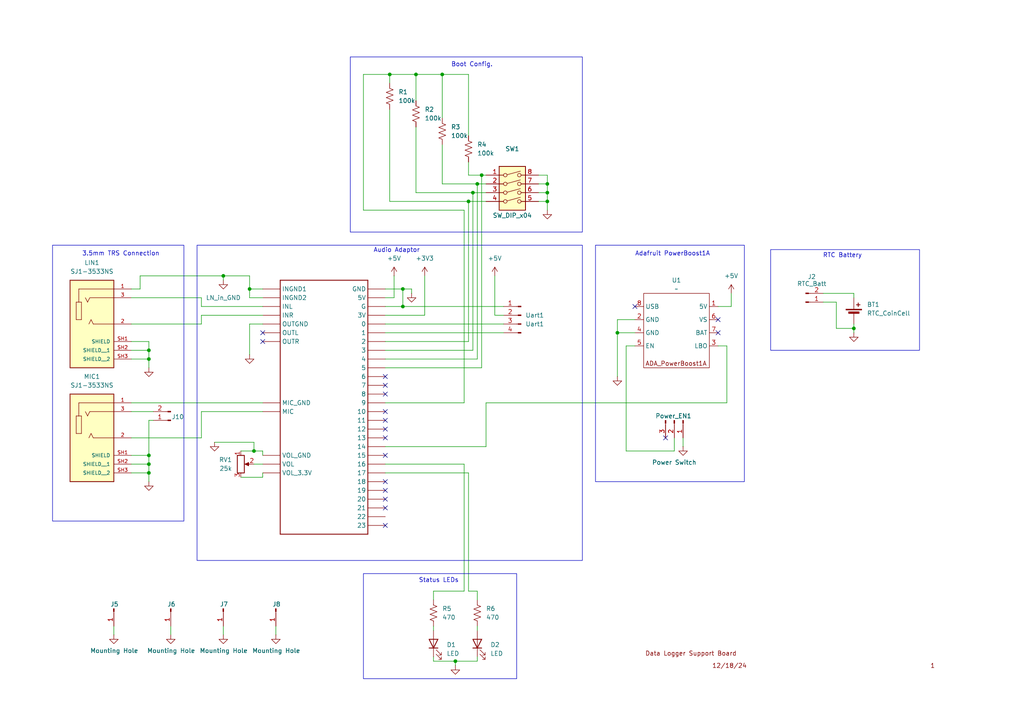
<source format=kicad_sch>
(kicad_sch
	(version 20231120)
	(generator "eeschema")
	(generator_version "8.0")
	(uuid "00e3edee-22b8-4afb-ba5c-ac8e82f2f46e")
	(paper "A4")
	(lib_symbols
		(symbol "Audio:SJ1-3533NS"
			(pin_names
				(offset 1.016)
			)
			(exclude_from_sim no)
			(in_bom yes)
			(on_board yes)
			(property "Reference" "J"
				(at -7.7005 10.9756 0)
				(effects
					(font
						(size 1.27 1.27)
					)
					(justify left bottom)
				)
			)
			(property "Value" "SJ1-3533NS"
				(at -7.6873 -17.8265 0)
				(effects
					(font
						(size 1.27 1.27)
					)
					(justify left bottom)
				)
			)
			(property "Footprint" "SJ1-3533NS:CUI_SJ1-3533NS"
				(at -1.016 14.478 0)
				(effects
					(font
						(size 1.27 1.27)
					)
					(justify bottom)
					(hide yes)
				)
			)
			(property "Datasheet" ""
				(at 0 0 0)
				(effects
					(font
						(size 1.27 1.27)
					)
					(hide yes)
				)
			)
			(property "Description" ""
				(at 0 0 0)
				(effects
					(font
						(size 1.27 1.27)
					)
					(hide yes)
				)
			)
			(property "PARTREV" "1.04"
				(at -21.59 -4.064 0)
				(effects
					(font
						(size 1.27 1.27)
					)
					(justify bottom)
					(hide yes)
				)
			)
			(property "STANDARD" "Manufacturer Recommendations"
				(at -1.016 17.78 0)
				(effects
					(font
						(size 1.27 1.27)
					)
					(justify bottom)
					(hide yes)
				)
			)
			(property "MAXIMUM_PACKAGE_HEIGHT" "12.95mm"
				(at -20.828 -0.508 0)
				(effects
					(font
						(size 1.27 1.27)
					)
					(justify bottom)
					(hide yes)
				)
			)
			(property "MANUFACTURER" "CUI Devices"
				(at -32.512 7.366 0)
				(effects
					(font
						(size 1.27 1.27)
					)
					(justify bottom)
					(hide yes)
				)
			)
			(symbol "SJ1-3533NS_0_0"
				(rectangle
					(start -7.62 -15.24)
					(end 5.08 10.16)
					(stroke
						(width 0.254)
						(type default)
					)
					(fill
						(type background)
					)
				)
				(polyline
					(pts
						(xy -5.842 -1.27) (xy -5.842 3.81)
					)
					(stroke
						(width 0.1524)
						(type default)
					)
					(fill
						(type none)
					)
				)
				(polyline
					(pts
						(xy -5.842 3.81) (xy -5.08 3.81)
					)
					(stroke
						(width 0.1524)
						(type default)
					)
					(fill
						(type none)
					)
				)
				(polyline
					(pts
						(xy -5.08 3.81) (xy -4.318 3.81)
					)
					(stroke
						(width 0.1524)
						(type default)
					)
					(fill
						(type none)
					)
				)
				(polyline
					(pts
						(xy -5.08 7.62) (xy -5.08 3.81)
					)
					(stroke
						(width 0.1524)
						(type default)
					)
					(fill
						(type none)
					)
				)
				(polyline
					(pts
						(xy -4.318 -1.27) (xy -5.842 -1.27)
					)
					(stroke
						(width 0.1524)
						(type default)
					)
					(fill
						(type none)
					)
				)
				(polyline
					(pts
						(xy -4.318 3.81) (xy -4.318 -1.27)
					)
					(stroke
						(width 0.1524)
						(type default)
					)
					(fill
						(type none)
					)
				)
				(polyline
					(pts
						(xy -2.54 3.81) (xy -3.175 5.08)
					)
					(stroke
						(width 0.1524)
						(type default)
					)
					(fill
						(type none)
					)
				)
				(polyline
					(pts
						(xy -1.905 5.08) (xy -2.54 3.81)
					)
					(stroke
						(width 0.1524)
						(type default)
					)
					(fill
						(type none)
					)
				)
				(polyline
					(pts
						(xy -1.524 -1.27) (xy -2.159 -2.54)
					)
					(stroke
						(width 0.1524)
						(type default)
					)
					(fill
						(type none)
					)
				)
				(polyline
					(pts
						(xy -0.889 -2.54) (xy -1.524 -1.27)
					)
					(stroke
						(width 0.1524)
						(type default)
					)
					(fill
						(type none)
					)
				)
				(polyline
					(pts
						(xy 5.08 -2.54) (xy -0.889 -2.54)
					)
					(stroke
						(width 0.1524)
						(type default)
					)
					(fill
						(type none)
					)
				)
				(polyline
					(pts
						(xy 5.08 5.08) (xy -1.905 5.08)
					)
					(stroke
						(width 0.1524)
						(type default)
					)
					(fill
						(type none)
					)
				)
				(polyline
					(pts
						(xy 5.08 7.62) (xy -5.08 7.62)
					)
					(stroke
						(width 0.1524)
						(type default)
					)
					(fill
						(type none)
					)
				)
				(pin passive line
					(at 10.16 7.62 180)
					(length 5.08)
					(name "~"
						(effects
							(font
								(size 1.016 1.016)
							)
						)
					)
					(number "1"
						(effects
							(font
								(size 1.016 1.016)
							)
						)
					)
				)
				(pin passive line
					(at 10.16 -2.54 180)
					(length 5.08)
					(name "~"
						(effects
							(font
								(size 1.016 1.016)
							)
						)
					)
					(number "2"
						(effects
							(font
								(size 1.016 1.016)
							)
						)
					)
				)
				(pin passive line
					(at 10.16 5.08 180)
					(length 5.08)
					(name "~"
						(effects
							(font
								(size 1.016 1.016)
							)
						)
					)
					(number "3"
						(effects
							(font
								(size 1.016 1.016)
							)
						)
					)
				)
				(pin passive line
					(at 10.16 -7.62 180)
					(length 5.08)
					(name "SHIELD"
						(effects
							(font
								(size 1.016 1.016)
							)
						)
					)
					(number "SH1"
						(effects
							(font
								(size 1.016 1.016)
							)
						)
					)
				)
				(pin passive line
					(at 10.16 -10.16 180)
					(length 5.08)
					(name "SHIELD__1"
						(effects
							(font
								(size 1.016 1.016)
							)
						)
					)
					(number "SH2"
						(effects
							(font
								(size 1.016 1.016)
							)
						)
					)
				)
				(pin passive line
					(at 10.16 -12.7 180)
					(length 5.08)
					(name "SHIELD__2"
						(effects
							(font
								(size 1.016 1.016)
							)
						)
					)
					(number "SH3"
						(effects
							(font
								(size 1.016 1.016)
							)
						)
					)
				)
			)
		)
		(symbol "Connector:Conn_01x01_Pin"
			(pin_names
				(offset 1.016) hide)
			(exclude_from_sim no)
			(in_bom yes)
			(on_board yes)
			(property "Reference" "J"
				(at 0 2.54 0)
				(effects
					(font
						(size 1.27 1.27)
					)
				)
			)
			(property "Value" "Conn_01x01_Pin"
				(at 0 -2.54 0)
				(effects
					(font
						(size 1.27 1.27)
					)
				)
			)
			(property "Footprint" ""
				(at 0 0 0)
				(effects
					(font
						(size 1.27 1.27)
					)
					(hide yes)
				)
			)
			(property "Datasheet" "~"
				(at 0 0 0)
				(effects
					(font
						(size 1.27 1.27)
					)
					(hide yes)
				)
			)
			(property "Description" "Generic connector, single row, 01x01, script generated"
				(at 0 0 0)
				(effects
					(font
						(size 1.27 1.27)
					)
					(hide yes)
				)
			)
			(property "ki_locked" ""
				(at 0 0 0)
				(effects
					(font
						(size 1.27 1.27)
					)
				)
			)
			(property "ki_keywords" "connector"
				(at 0 0 0)
				(effects
					(font
						(size 1.27 1.27)
					)
					(hide yes)
				)
			)
			(property "ki_fp_filters" "Connector*:*_1x??_*"
				(at 0 0 0)
				(effects
					(font
						(size 1.27 1.27)
					)
					(hide yes)
				)
			)
			(symbol "Conn_01x01_Pin_1_1"
				(polyline
					(pts
						(xy 1.27 0) (xy 0.8636 0)
					)
					(stroke
						(width 0.1524)
						(type default)
					)
					(fill
						(type none)
					)
				)
				(rectangle
					(start 0.8636 0.127)
					(end 0 -0.127)
					(stroke
						(width 0.1524)
						(type default)
					)
					(fill
						(type outline)
					)
				)
				(pin passive line
					(at 5.08 0 180)
					(length 3.81)
					(name "Pin_1"
						(effects
							(font
								(size 1.27 1.27)
							)
						)
					)
					(number "1"
						(effects
							(font
								(size 1.27 1.27)
							)
						)
					)
				)
			)
		)
		(symbol "Connector:Conn_01x02_Pin"
			(pin_names
				(offset 1.016) hide)
			(exclude_from_sim no)
			(in_bom yes)
			(on_board yes)
			(property "Reference" "J"
				(at 0 2.54 0)
				(effects
					(font
						(size 1.27 1.27)
					)
				)
			)
			(property "Value" "Conn_01x02_Pin"
				(at 0 -5.08 0)
				(effects
					(font
						(size 1.27 1.27)
					)
				)
			)
			(property "Footprint" ""
				(at 0 0 0)
				(effects
					(font
						(size 1.27 1.27)
					)
					(hide yes)
				)
			)
			(property "Datasheet" "~"
				(at 0 0 0)
				(effects
					(font
						(size 1.27 1.27)
					)
					(hide yes)
				)
			)
			(property "Description" "Generic connector, single row, 01x02, script generated"
				(at 0 0 0)
				(effects
					(font
						(size 1.27 1.27)
					)
					(hide yes)
				)
			)
			(property "ki_locked" ""
				(at 0 0 0)
				(effects
					(font
						(size 1.27 1.27)
					)
				)
			)
			(property "ki_keywords" "connector"
				(at 0 0 0)
				(effects
					(font
						(size 1.27 1.27)
					)
					(hide yes)
				)
			)
			(property "ki_fp_filters" "Connector*:*_1x??_*"
				(at 0 0 0)
				(effects
					(font
						(size 1.27 1.27)
					)
					(hide yes)
				)
			)
			(symbol "Conn_01x02_Pin_1_1"
				(polyline
					(pts
						(xy 1.27 -2.54) (xy 0.8636 -2.54)
					)
					(stroke
						(width 0.1524)
						(type default)
					)
					(fill
						(type none)
					)
				)
				(polyline
					(pts
						(xy 1.27 0) (xy 0.8636 0)
					)
					(stroke
						(width 0.1524)
						(type default)
					)
					(fill
						(type none)
					)
				)
				(rectangle
					(start 0.8636 -2.413)
					(end 0 -2.667)
					(stroke
						(width 0.1524)
						(type default)
					)
					(fill
						(type outline)
					)
				)
				(rectangle
					(start 0.8636 0.127)
					(end 0 -0.127)
					(stroke
						(width 0.1524)
						(type default)
					)
					(fill
						(type outline)
					)
				)
				(pin passive line
					(at 5.08 0 180)
					(length 3.81)
					(name "Pin_1"
						(effects
							(font
								(size 1.27 1.27)
							)
						)
					)
					(number "1"
						(effects
							(font
								(size 1.27 1.27)
							)
						)
					)
				)
				(pin passive line
					(at 5.08 -2.54 180)
					(length 3.81)
					(name "Pin_2"
						(effects
							(font
								(size 1.27 1.27)
							)
						)
					)
					(number "2"
						(effects
							(font
								(size 1.27 1.27)
							)
						)
					)
				)
			)
		)
		(symbol "Connector:Conn_01x03_Pin"
			(pin_names
				(offset 1.016) hide)
			(exclude_from_sim no)
			(in_bom yes)
			(on_board yes)
			(property "Reference" "J"
				(at 0 5.08 0)
				(effects
					(font
						(size 1.27 1.27)
					)
				)
			)
			(property "Value" "Conn_01x03_Pin"
				(at 0 -5.08 0)
				(effects
					(font
						(size 1.27 1.27)
					)
				)
			)
			(property "Footprint" ""
				(at 0 0 0)
				(effects
					(font
						(size 1.27 1.27)
					)
					(hide yes)
				)
			)
			(property "Datasheet" "~"
				(at 0 0 0)
				(effects
					(font
						(size 1.27 1.27)
					)
					(hide yes)
				)
			)
			(property "Description" "Generic connector, single row, 01x03, script generated"
				(at 0 0 0)
				(effects
					(font
						(size 1.27 1.27)
					)
					(hide yes)
				)
			)
			(property "ki_locked" ""
				(at 0 0 0)
				(effects
					(font
						(size 1.27 1.27)
					)
				)
			)
			(property "ki_keywords" "connector"
				(at 0 0 0)
				(effects
					(font
						(size 1.27 1.27)
					)
					(hide yes)
				)
			)
			(property "ki_fp_filters" "Connector*:*_1x??_*"
				(at 0 0 0)
				(effects
					(font
						(size 1.27 1.27)
					)
					(hide yes)
				)
			)
			(symbol "Conn_01x03_Pin_1_1"
				(polyline
					(pts
						(xy 1.27 -2.54) (xy 0.8636 -2.54)
					)
					(stroke
						(width 0.1524)
						(type default)
					)
					(fill
						(type none)
					)
				)
				(polyline
					(pts
						(xy 1.27 0) (xy 0.8636 0)
					)
					(stroke
						(width 0.1524)
						(type default)
					)
					(fill
						(type none)
					)
				)
				(polyline
					(pts
						(xy 1.27 2.54) (xy 0.8636 2.54)
					)
					(stroke
						(width 0.1524)
						(type default)
					)
					(fill
						(type none)
					)
				)
				(rectangle
					(start 0.8636 -2.413)
					(end 0 -2.667)
					(stroke
						(width 0.1524)
						(type default)
					)
					(fill
						(type outline)
					)
				)
				(rectangle
					(start 0.8636 0.127)
					(end 0 -0.127)
					(stroke
						(width 0.1524)
						(type default)
					)
					(fill
						(type outline)
					)
				)
				(rectangle
					(start 0.8636 2.667)
					(end 0 2.413)
					(stroke
						(width 0.1524)
						(type default)
					)
					(fill
						(type outline)
					)
				)
				(pin passive line
					(at 5.08 2.54 180)
					(length 3.81)
					(name "Pin_1"
						(effects
							(font
								(size 1.27 1.27)
							)
						)
					)
					(number "1"
						(effects
							(font
								(size 1.27 1.27)
							)
						)
					)
				)
				(pin passive line
					(at 5.08 0 180)
					(length 3.81)
					(name "Pin_2"
						(effects
							(font
								(size 1.27 1.27)
							)
						)
					)
					(number "2"
						(effects
							(font
								(size 1.27 1.27)
							)
						)
					)
				)
				(pin passive line
					(at 5.08 -2.54 180)
					(length 3.81)
					(name "Pin_3"
						(effects
							(font
								(size 1.27 1.27)
							)
						)
					)
					(number "3"
						(effects
							(font
								(size 1.27 1.27)
							)
						)
					)
				)
			)
		)
		(symbol "Connector:Conn_01x04_Pin"
			(pin_names
				(offset 1.016) hide)
			(exclude_from_sim no)
			(in_bom yes)
			(on_board yes)
			(property "Reference" "J"
				(at 0 5.08 0)
				(effects
					(font
						(size 1.27 1.27)
					)
				)
			)
			(property "Value" "Conn_01x04_Pin"
				(at 0 -7.62 0)
				(effects
					(font
						(size 1.27 1.27)
					)
				)
			)
			(property "Footprint" ""
				(at 0 0 0)
				(effects
					(font
						(size 1.27 1.27)
					)
					(hide yes)
				)
			)
			(property "Datasheet" "~"
				(at 0 0 0)
				(effects
					(font
						(size 1.27 1.27)
					)
					(hide yes)
				)
			)
			(property "Description" "Generic connector, single row, 01x04, script generated"
				(at 0 0 0)
				(effects
					(font
						(size 1.27 1.27)
					)
					(hide yes)
				)
			)
			(property "ki_locked" ""
				(at 0 0 0)
				(effects
					(font
						(size 1.27 1.27)
					)
				)
			)
			(property "ki_keywords" "connector"
				(at 0 0 0)
				(effects
					(font
						(size 1.27 1.27)
					)
					(hide yes)
				)
			)
			(property "ki_fp_filters" "Connector*:*_1x??_*"
				(at 0 0 0)
				(effects
					(font
						(size 1.27 1.27)
					)
					(hide yes)
				)
			)
			(symbol "Conn_01x04_Pin_1_1"
				(polyline
					(pts
						(xy 1.27 -5.08) (xy 0.8636 -5.08)
					)
					(stroke
						(width 0.1524)
						(type default)
					)
					(fill
						(type none)
					)
				)
				(polyline
					(pts
						(xy 1.27 -2.54) (xy 0.8636 -2.54)
					)
					(stroke
						(width 0.1524)
						(type default)
					)
					(fill
						(type none)
					)
				)
				(polyline
					(pts
						(xy 1.27 0) (xy 0.8636 0)
					)
					(stroke
						(width 0.1524)
						(type default)
					)
					(fill
						(type none)
					)
				)
				(polyline
					(pts
						(xy 1.27 2.54) (xy 0.8636 2.54)
					)
					(stroke
						(width 0.1524)
						(type default)
					)
					(fill
						(type none)
					)
				)
				(rectangle
					(start 0.8636 -4.953)
					(end 0 -5.207)
					(stroke
						(width 0.1524)
						(type default)
					)
					(fill
						(type outline)
					)
				)
				(rectangle
					(start 0.8636 -2.413)
					(end 0 -2.667)
					(stroke
						(width 0.1524)
						(type default)
					)
					(fill
						(type outline)
					)
				)
				(rectangle
					(start 0.8636 0.127)
					(end 0 -0.127)
					(stroke
						(width 0.1524)
						(type default)
					)
					(fill
						(type outline)
					)
				)
				(rectangle
					(start 0.8636 2.667)
					(end 0 2.413)
					(stroke
						(width 0.1524)
						(type default)
					)
					(fill
						(type outline)
					)
				)
				(pin passive line
					(at 5.08 2.54 180)
					(length 3.81)
					(name "Pin_1"
						(effects
							(font
								(size 1.27 1.27)
							)
						)
					)
					(number "1"
						(effects
							(font
								(size 1.27 1.27)
							)
						)
					)
				)
				(pin passive line
					(at 5.08 0 180)
					(length 3.81)
					(name "Pin_2"
						(effects
							(font
								(size 1.27 1.27)
							)
						)
					)
					(number "2"
						(effects
							(font
								(size 1.27 1.27)
							)
						)
					)
				)
				(pin passive line
					(at 5.08 -2.54 180)
					(length 3.81)
					(name "Pin_3"
						(effects
							(font
								(size 1.27 1.27)
							)
						)
					)
					(number "3"
						(effects
							(font
								(size 1.27 1.27)
							)
						)
					)
				)
				(pin passive line
					(at 5.08 -5.08 180)
					(length 3.81)
					(name "Pin_4"
						(effects
							(font
								(size 1.27 1.27)
							)
						)
					)
					(number "4"
						(effects
							(font
								(size 1.27 1.27)
							)
						)
					)
				)
			)
		)
		(symbol "Dev_Boards:AUDIOSHIELD"
			(exclude_from_sim no)
			(in_bom yes)
			(on_board yes)
			(property "Reference" ""
				(at 0 0 0)
				(effects
					(font
						(size 1.27 1.27)
					)
					(hide yes)
				)
			)
			(property "Value" ""
				(at 0 0 0)
				(effects
					(font
						(size 1.27 1.27)
					)
					(hide yes)
				)
			)
			(property "Footprint" "Teensy_Audioshield:AUDIOSHIELD"
				(at 0 0 0)
				(effects
					(font
						(size 1.27 1.27)
					)
					(hide yes)
				)
			)
			(property "Datasheet" ""
				(at 0 0 0)
				(effects
					(font
						(size 1.27 1.27)
					)
					(hide yes)
				)
			)
			(property "Description" "Teensy 3 Audioshield by PJRC.COM"
				(at 0 0 0)
				(effects
					(font
						(size 1.27 1.27)
					)
					(hide yes)
				)
			)
			(property "ki_locked" ""
				(at 0 0 0)
				(effects
					(font
						(size 1.27 1.27)
					)
				)
			)
			(symbol "AUDIOSHIELD_1_0"
				(polyline
					(pts
						(xy -12.7 -35.56) (xy -12.7 38.1)
					)
					(stroke
						(width 0.254)
						(type solid)
					)
					(fill
						(type none)
					)
				)
				(polyline
					(pts
						(xy -12.7 38.1) (xy 12.7 38.1)
					)
					(stroke
						(width 0.254)
						(type solid)
					)
					(fill
						(type none)
					)
				)
				(polyline
					(pts
						(xy 12.7 -35.56) (xy -12.7 -35.56)
					)
					(stroke
						(width 0.254)
						(type solid)
					)
					(fill
						(type none)
					)
				)
				(polyline
					(pts
						(xy 12.7 38.1) (xy 12.7 -35.56)
					)
					(stroke
						(width 0.254)
						(type solid)
					)
					(fill
						(type none)
					)
				)
				(pin bidirectional line
					(at -17.78 25.4 0)
					(length 5.08)
					(name "0"
						(effects
							(font
								(size 1.27 1.27)
							)
						)
					)
					(number "0"
						(effects
							(font
								(size 0 0)
							)
						)
					)
				)
				(pin bidirectional line
					(at -17.78 22.86 0)
					(length 5.08)
					(name "1"
						(effects
							(font
								(size 1.27 1.27)
							)
						)
					)
					(number "1"
						(effects
							(font
								(size 0 0)
							)
						)
					)
				)
				(pin bidirectional line
					(at -17.78 0 0)
					(length 5.08)
					(name "10"
						(effects
							(font
								(size 1.27 1.27)
							)
						)
					)
					(number "10"
						(effects
							(font
								(size 0 0)
							)
						)
					)
				)
				(pin bidirectional line
					(at -17.78 -2.54 0)
					(length 5.08)
					(name "11"
						(effects
							(font
								(size 1.27 1.27)
							)
						)
					)
					(number "11"
						(effects
							(font
								(size 0 0)
							)
						)
					)
				)
				(pin bidirectional line
					(at -17.78 -5.08 0)
					(length 5.08)
					(name "12"
						(effects
							(font
								(size 1.27 1.27)
							)
						)
					)
					(number "12"
						(effects
							(font
								(size 0 0)
							)
						)
					)
				)
				(pin bidirectional line
					(at -17.78 -7.62 0)
					(length 5.08)
					(name "13"
						(effects
							(font
								(size 1.27 1.27)
							)
						)
					)
					(number "13"
						(effects
							(font
								(size 0 0)
							)
						)
					)
				)
				(pin bidirectional line
					(at -17.78 -10.16 0)
					(length 5.08)
					(name "14"
						(effects
							(font
								(size 1.27 1.27)
							)
						)
					)
					(number "14"
						(effects
							(font
								(size 0 0)
							)
						)
					)
				)
				(pin bidirectional line
					(at -17.78 -12.7 0)
					(length 5.08)
					(name "15"
						(effects
							(font
								(size 1.27 1.27)
							)
						)
					)
					(number "15"
						(effects
							(font
								(size 0 0)
							)
						)
					)
				)
				(pin bidirectional line
					(at -17.78 -15.24 0)
					(length 5.08)
					(name "16"
						(effects
							(font
								(size 1.27 1.27)
							)
						)
					)
					(number "16"
						(effects
							(font
								(size 0 0)
							)
						)
					)
				)
				(pin bidirectional line
					(at -17.78 -17.78 0)
					(length 5.08)
					(name "17"
						(effects
							(font
								(size 1.27 1.27)
							)
						)
					)
					(number "17"
						(effects
							(font
								(size 0 0)
							)
						)
					)
				)
				(pin bidirectional line
					(at -17.78 -20.32 0)
					(length 5.08)
					(name "18"
						(effects
							(font
								(size 1.27 1.27)
							)
						)
					)
					(number "18"
						(effects
							(font
								(size 0 0)
							)
						)
					)
				)
				(pin bidirectional line
					(at -17.78 -22.86 0)
					(length 5.08)
					(name "19"
						(effects
							(font
								(size 1.27 1.27)
							)
						)
					)
					(number "19"
						(effects
							(font
								(size 0 0)
							)
						)
					)
				)
				(pin bidirectional line
					(at -17.78 20.32 0)
					(length 5.08)
					(name "2"
						(effects
							(font
								(size 1.27 1.27)
							)
						)
					)
					(number "2"
						(effects
							(font
								(size 0 0)
							)
						)
					)
				)
				(pin bidirectional line
					(at -17.78 -25.4 0)
					(length 5.08)
					(name "20"
						(effects
							(font
								(size 1.27 1.27)
							)
						)
					)
					(number "20"
						(effects
							(font
								(size 0 0)
							)
						)
					)
				)
				(pin bidirectional line
					(at -17.78 -27.94 0)
					(length 5.08)
					(name "21"
						(effects
							(font
								(size 1.27 1.27)
							)
						)
					)
					(number "21"
						(effects
							(font
								(size 0 0)
							)
						)
					)
				)
				(pin bidirectional line
					(at -17.78 -30.48 0)
					(length 5.08)
					(name "22"
						(effects
							(font
								(size 1.27 1.27)
							)
						)
					)
					(number "22"
						(effects
							(font
								(size 0 0)
							)
						)
					)
				)
				(pin bidirectional line
					(at -17.78 -33.02 0)
					(length 5.08)
					(name "23"
						(effects
							(font
								(size 1.27 1.27)
							)
						)
					)
					(number "23"
						(effects
							(font
								(size 0 0)
							)
						)
					)
				)
				(pin bidirectional line
					(at -17.78 17.78 0)
					(length 5.08)
					(name "3"
						(effects
							(font
								(size 1.27 1.27)
							)
						)
					)
					(number "3"
						(effects
							(font
								(size 0 0)
							)
						)
					)
				)
				(pin bidirectional line
					(at -17.78 27.94 0)
					(length 5.08)
					(name "3V"
						(effects
							(font
								(size 1.27 1.27)
							)
						)
					)
					(number "3V"
						(effects
							(font
								(size 0 0)
							)
						)
					)
				)
				(pin bidirectional line
					(at -17.78 15.24 0)
					(length 5.08)
					(name "4"
						(effects
							(font
								(size 1.27 1.27)
							)
						)
					)
					(number "4"
						(effects
							(font
								(size 0 0)
							)
						)
					)
				)
				(pin bidirectional line
					(at -17.78 12.7 0)
					(length 5.08)
					(name "5"
						(effects
							(font
								(size 1.27 1.27)
							)
						)
					)
					(number "5"
						(effects
							(font
								(size 0 0)
							)
						)
					)
				)
				(pin bidirectional line
					(at -17.78 33.02 0)
					(length 5.08)
					(name "5V"
						(effects
							(font
								(size 1.27 1.27)
							)
						)
					)
					(number "5V"
						(effects
							(font
								(size 0 0)
							)
						)
					)
				)
				(pin bidirectional line
					(at -17.78 10.16 0)
					(length 5.08)
					(name "6"
						(effects
							(font
								(size 1.27 1.27)
							)
						)
					)
					(number "6"
						(effects
							(font
								(size 0 0)
							)
						)
					)
				)
				(pin bidirectional line
					(at -17.78 7.62 0)
					(length 5.08)
					(name "7"
						(effects
							(font
								(size 1.27 1.27)
							)
						)
					)
					(number "7"
						(effects
							(font
								(size 0 0)
							)
						)
					)
				)
				(pin bidirectional line
					(at -17.78 5.08 0)
					(length 5.08)
					(name "8"
						(effects
							(font
								(size 1.27 1.27)
							)
						)
					)
					(number "8"
						(effects
							(font
								(size 0 0)
							)
						)
					)
				)
				(pin bidirectional line
					(at -17.78 2.54 0)
					(length 5.08)
					(name "9"
						(effects
							(font
								(size 1.27 1.27)
							)
						)
					)
					(number "9"
						(effects
							(font
								(size 0 0)
							)
						)
					)
				)
				(pin bidirectional line
					(at -17.78 30.48 0)
					(length 5.08)
					(name "G"
						(effects
							(font
								(size 1.27 1.27)
							)
						)
					)
					(number "G"
						(effects
							(font
								(size 0 0)
							)
						)
					)
				)
				(pin bidirectional line
					(at -17.78 35.56 0)
					(length 5.08)
					(name "GND"
						(effects
							(font
								(size 1.27 1.27)
							)
						)
					)
					(number "GND"
						(effects
							(font
								(size 0 0)
							)
						)
					)
				)
				(pin bidirectional line
					(at 17.78 2.54 180)
					(length 5.08)
					(name "MIC_GND"
						(effects
							(font
								(size 1.27 1.27)
							)
						)
					)
					(number "GND_MIC"
						(effects
							(font
								(size 0 0)
							)
						)
					)
				)
				(pin bidirectional line
					(at 17.78 35.56 180)
					(length 5.08)
					(name "INGND1"
						(effects
							(font
								(size 1.27 1.27)
							)
						)
					)
					(number "INGND1"
						(effects
							(font
								(size 0 0)
							)
						)
					)
				)
				(pin bidirectional line
					(at 17.78 33.02 180)
					(length 5.08)
					(name "INGND2"
						(effects
							(font
								(size 1.27 1.27)
							)
						)
					)
					(number "INGND2"
						(effects
							(font
								(size 0 0)
							)
						)
					)
				)
				(pin input line
					(at 17.78 30.48 180)
					(length 5.08)
					(name "INL"
						(effects
							(font
								(size 1.27 1.27)
							)
						)
					)
					(number "INL"
						(effects
							(font
								(size 0 0)
							)
						)
					)
				)
				(pin input line
					(at 17.78 27.94 180)
					(length 5.08)
					(name "INR"
						(effects
							(font
								(size 1.27 1.27)
							)
						)
					)
					(number "INR"
						(effects
							(font
								(size 0 0)
							)
						)
					)
				)
				(pin input line
					(at 17.78 0 180)
					(length 5.08)
					(name "MIC"
						(effects
							(font
								(size 1.27 1.27)
							)
						)
					)
					(number "MIC"
						(effects
							(font
								(size 0 0)
							)
						)
					)
				)
				(pin bidirectional line
					(at 17.78 25.4 180)
					(length 5.08)
					(name "OUTGND"
						(effects
							(font
								(size 1.27 1.27)
							)
						)
					)
					(number "OUTGND"
						(effects
							(font
								(size 0 0)
							)
						)
					)
				)
				(pin output line
					(at 17.78 22.86 180)
					(length 5.08)
					(name "OUTL"
						(effects
							(font
								(size 1.27 1.27)
							)
						)
					)
					(number "OUTL"
						(effects
							(font
								(size 0 0)
							)
						)
					)
				)
				(pin output line
					(at 17.78 20.32 180)
					(length 5.08)
					(name "OUTR"
						(effects
							(font
								(size 1.27 1.27)
							)
						)
					)
					(number "OUTR"
						(effects
							(font
								(size 0 0)
							)
						)
					)
				)
				(pin input line
					(at 17.78 -15.24 180)
					(length 5.08)
					(name "VOL"
						(effects
							(font
								(size 1.27 1.27)
							)
						)
					)
					(number "VOL"
						(effects
							(font
								(size 0 0)
							)
						)
					)
				)
				(pin bidirectional line
					(at 17.78 -17.78 180)
					(length 5.08)
					(name "VOL_3.3V"
						(effects
							(font
								(size 1.27 1.27)
							)
						)
					)
					(number "VOL_3.3V"
						(effects
							(font
								(size 0 0)
							)
						)
					)
				)
				(pin bidirectional line
					(at 17.78 -12.7 180)
					(length 5.08)
					(name "VOL_GND"
						(effects
							(font
								(size 1.27 1.27)
							)
						)
					)
					(number "VOL_GND"
						(effects
							(font
								(size 0 0)
							)
						)
					)
				)
			)
		)
		(symbol "Dev_Boards:Ada_PWRboost1A"
			(exclude_from_sim no)
			(in_bom yes)
			(on_board yes)
			(property "Reference" "U"
				(at 1.016 8.89 0)
				(effects
					(font
						(size 1.27 1.27)
					)
				)
			)
			(property "Value" ""
				(at 0 0 0)
				(effects
					(font
						(size 1.27 1.27)
					)
				)
			)
			(property "Footprint" ""
				(at 0 0 0)
				(effects
					(font
						(size 1.27 1.27)
					)
					(hide yes)
				)
			)
			(property "Datasheet" ""
				(at 0 0 0)
				(effects
					(font
						(size 1.27 1.27)
					)
					(hide yes)
				)
			)
			(property "Description" ""
				(at 0 0 0)
				(effects
					(font
						(size 1.27 1.27)
					)
					(hide yes)
				)
			)
			(symbol "Ada_PWRboost1A_0_1"
				(rectangle
					(start -7.62 7.62)
					(end 11.43 -13.97)
					(stroke
						(width 0)
						(type default)
					)
					(fill
						(type none)
					)
				)
			)
			(symbol "Ada_PWRboost1A_1_1"
				(text "ADA_PowerBoost1A"
					(at 1.778 -12.7 0)
					(effects
						(font
							(size 1.27 1.27)
						)
					)
				)
				(pin power_out line
					(at 13.97 3.81 180)
					(length 2.54)
					(name "5V"
						(effects
							(font
								(size 1.27 1.27)
							)
						)
					)
					(number "1"
						(effects
							(font
								(size 1.27 1.27)
							)
						)
					)
				)
				(pin power_in line
					(at -10.16 0 0)
					(length 2.54)
					(name "GND"
						(effects
							(font
								(size 1.27 1.27)
							)
						)
					)
					(number "2"
						(effects
							(font
								(size 1.27 1.27)
							)
						)
					)
				)
				(pin output line
					(at 13.97 -7.62 180)
					(length 2.54)
					(name "LBO"
						(effects
							(font
								(size 1.27 1.27)
							)
						)
					)
					(number "3"
						(effects
							(font
								(size 1.27 1.27)
							)
						)
					)
				)
				(pin power_in line
					(at -10.16 -3.81 0)
					(length 2.54)
					(name "GND"
						(effects
							(font
								(size 1.27 1.27)
							)
						)
					)
					(number "4"
						(effects
							(font
								(size 1.27 1.27)
							)
						)
					)
				)
				(pin input line
					(at -10.16 -7.62 0)
					(length 2.54)
					(name "EN"
						(effects
							(font
								(size 1.27 1.27)
							)
						)
					)
					(number "5"
						(effects
							(font
								(size 1.27 1.27)
							)
						)
					)
				)
				(pin power_out line
					(at 13.97 0 180)
					(length 2.54)
					(name "VS"
						(effects
							(font
								(size 1.27 1.27)
							)
						)
					)
					(number "6"
						(effects
							(font
								(size 1.27 1.27)
							)
						)
					)
				)
				(pin power_out line
					(at 13.97 -3.81 180)
					(length 2.54)
					(name "BAT"
						(effects
							(font
								(size 1.27 1.27)
							)
						)
					)
					(number "7"
						(effects
							(font
								(size 1.27 1.27)
							)
						)
					)
				)
				(pin power_in line
					(at -10.16 3.81 0)
					(length 2.54)
					(name "USB"
						(effects
							(font
								(size 1.27 1.27)
							)
						)
					)
					(number "8"
						(effects
							(font
								(size 1.27 1.27)
							)
						)
					)
				)
			)
		)
		(symbol "Device:Battery_Cell"
			(pin_numbers hide)
			(pin_names
				(offset 0) hide)
			(exclude_from_sim no)
			(in_bom yes)
			(on_board yes)
			(property "Reference" "BT"
				(at 2.54 2.54 0)
				(effects
					(font
						(size 1.27 1.27)
					)
					(justify left)
				)
			)
			(property "Value" "Battery_Cell"
				(at 2.54 0 0)
				(effects
					(font
						(size 1.27 1.27)
					)
					(justify left)
				)
			)
			(property "Footprint" ""
				(at 0 1.524 90)
				(effects
					(font
						(size 1.27 1.27)
					)
					(hide yes)
				)
			)
			(property "Datasheet" "~"
				(at 0 1.524 90)
				(effects
					(font
						(size 1.27 1.27)
					)
					(hide yes)
				)
			)
			(property "Description" "Single-cell battery"
				(at 0 0 0)
				(effects
					(font
						(size 1.27 1.27)
					)
					(hide yes)
				)
			)
			(property "ki_keywords" "battery cell"
				(at 0 0 0)
				(effects
					(font
						(size 1.27 1.27)
					)
					(hide yes)
				)
			)
			(symbol "Battery_Cell_0_1"
				(rectangle
					(start -2.286 1.778)
					(end 2.286 1.524)
					(stroke
						(width 0)
						(type default)
					)
					(fill
						(type outline)
					)
				)
				(rectangle
					(start -1.524 1.016)
					(end 1.524 0.508)
					(stroke
						(width 0)
						(type default)
					)
					(fill
						(type outline)
					)
				)
				(polyline
					(pts
						(xy 0 0.762) (xy 0 0)
					)
					(stroke
						(width 0)
						(type default)
					)
					(fill
						(type none)
					)
				)
				(polyline
					(pts
						(xy 0 1.778) (xy 0 2.54)
					)
					(stroke
						(width 0)
						(type default)
					)
					(fill
						(type none)
					)
				)
				(polyline
					(pts
						(xy 0.762 3.048) (xy 1.778 3.048)
					)
					(stroke
						(width 0.254)
						(type default)
					)
					(fill
						(type none)
					)
				)
				(polyline
					(pts
						(xy 1.27 3.556) (xy 1.27 2.54)
					)
					(stroke
						(width 0.254)
						(type default)
					)
					(fill
						(type none)
					)
				)
			)
			(symbol "Battery_Cell_1_1"
				(pin passive line
					(at 0 5.08 270)
					(length 2.54)
					(name "+"
						(effects
							(font
								(size 1.27 1.27)
							)
						)
					)
					(number "1"
						(effects
							(font
								(size 1.27 1.27)
							)
						)
					)
				)
				(pin passive line
					(at 0 -2.54 90)
					(length 2.54)
					(name "-"
						(effects
							(font
								(size 1.27 1.27)
							)
						)
					)
					(number "2"
						(effects
							(font
								(size 1.27 1.27)
							)
						)
					)
				)
			)
		)
		(symbol "Device:LED"
			(pin_numbers hide)
			(pin_names
				(offset 1.016) hide)
			(exclude_from_sim no)
			(in_bom yes)
			(on_board yes)
			(property "Reference" "D"
				(at 0 2.54 0)
				(effects
					(font
						(size 1.27 1.27)
					)
				)
			)
			(property "Value" "LED"
				(at 0 -2.54 0)
				(effects
					(font
						(size 1.27 1.27)
					)
				)
			)
			(property "Footprint" ""
				(at 0 0 0)
				(effects
					(font
						(size 1.27 1.27)
					)
					(hide yes)
				)
			)
			(property "Datasheet" "~"
				(at 0 0 0)
				(effects
					(font
						(size 1.27 1.27)
					)
					(hide yes)
				)
			)
			(property "Description" "Light emitting diode"
				(at 0 0 0)
				(effects
					(font
						(size 1.27 1.27)
					)
					(hide yes)
				)
			)
			(property "ki_keywords" "LED diode"
				(at 0 0 0)
				(effects
					(font
						(size 1.27 1.27)
					)
					(hide yes)
				)
			)
			(property "ki_fp_filters" "LED* LED_SMD:* LED_THT:*"
				(at 0 0 0)
				(effects
					(font
						(size 1.27 1.27)
					)
					(hide yes)
				)
			)
			(symbol "LED_0_1"
				(polyline
					(pts
						(xy -1.27 -1.27) (xy -1.27 1.27)
					)
					(stroke
						(width 0.254)
						(type default)
					)
					(fill
						(type none)
					)
				)
				(polyline
					(pts
						(xy -1.27 0) (xy 1.27 0)
					)
					(stroke
						(width 0)
						(type default)
					)
					(fill
						(type none)
					)
				)
				(polyline
					(pts
						(xy 1.27 -1.27) (xy 1.27 1.27) (xy -1.27 0) (xy 1.27 -1.27)
					)
					(stroke
						(width 0.254)
						(type default)
					)
					(fill
						(type none)
					)
				)
				(polyline
					(pts
						(xy -3.048 -0.762) (xy -4.572 -2.286) (xy -3.81 -2.286) (xy -4.572 -2.286) (xy -4.572 -1.524)
					)
					(stroke
						(width 0)
						(type default)
					)
					(fill
						(type none)
					)
				)
				(polyline
					(pts
						(xy -1.778 -0.762) (xy -3.302 -2.286) (xy -2.54 -2.286) (xy -3.302 -2.286) (xy -3.302 -1.524)
					)
					(stroke
						(width 0)
						(type default)
					)
					(fill
						(type none)
					)
				)
			)
			(symbol "LED_1_1"
				(pin passive line
					(at -3.81 0 0)
					(length 2.54)
					(name "K"
						(effects
							(font
								(size 1.27 1.27)
							)
						)
					)
					(number "1"
						(effects
							(font
								(size 1.27 1.27)
							)
						)
					)
				)
				(pin passive line
					(at 3.81 0 180)
					(length 2.54)
					(name "A"
						(effects
							(font
								(size 1.27 1.27)
							)
						)
					)
					(number "2"
						(effects
							(font
								(size 1.27 1.27)
							)
						)
					)
				)
			)
		)
		(symbol "Device:R_Potentiometer"
			(pin_names
				(offset 1.016) hide)
			(exclude_from_sim no)
			(in_bom yes)
			(on_board yes)
			(property "Reference" "RV"
				(at -4.445 0 90)
				(effects
					(font
						(size 1.27 1.27)
					)
				)
			)
			(property "Value" "R_Potentiometer"
				(at -2.54 0 90)
				(effects
					(font
						(size 1.27 1.27)
					)
				)
			)
			(property "Footprint" ""
				(at 0 0 0)
				(effects
					(font
						(size 1.27 1.27)
					)
					(hide yes)
				)
			)
			(property "Datasheet" "~"
				(at 0 0 0)
				(effects
					(font
						(size 1.27 1.27)
					)
					(hide yes)
				)
			)
			(property "Description" "Potentiometer"
				(at 0 0 0)
				(effects
					(font
						(size 1.27 1.27)
					)
					(hide yes)
				)
			)
			(property "ki_keywords" "resistor variable"
				(at 0 0 0)
				(effects
					(font
						(size 1.27 1.27)
					)
					(hide yes)
				)
			)
			(property "ki_fp_filters" "Potentiometer*"
				(at 0 0 0)
				(effects
					(font
						(size 1.27 1.27)
					)
					(hide yes)
				)
			)
			(symbol "R_Potentiometer_0_1"
				(polyline
					(pts
						(xy 2.54 0) (xy 1.524 0)
					)
					(stroke
						(width 0)
						(type default)
					)
					(fill
						(type none)
					)
				)
				(polyline
					(pts
						(xy 1.143 0) (xy 2.286 0.508) (xy 2.286 -0.508) (xy 1.143 0)
					)
					(stroke
						(width 0)
						(type default)
					)
					(fill
						(type outline)
					)
				)
				(rectangle
					(start 1.016 2.54)
					(end -1.016 -2.54)
					(stroke
						(width 0.254)
						(type default)
					)
					(fill
						(type none)
					)
				)
			)
			(symbol "R_Potentiometer_1_1"
				(pin passive line
					(at 0 3.81 270)
					(length 1.27)
					(name "1"
						(effects
							(font
								(size 1.27 1.27)
							)
						)
					)
					(number "1"
						(effects
							(font
								(size 1.27 1.27)
							)
						)
					)
				)
				(pin passive line
					(at 3.81 0 180)
					(length 1.27)
					(name "2"
						(effects
							(font
								(size 1.27 1.27)
							)
						)
					)
					(number "2"
						(effects
							(font
								(size 1.27 1.27)
							)
						)
					)
				)
				(pin passive line
					(at 0 -3.81 90)
					(length 1.27)
					(name "3"
						(effects
							(font
								(size 1.27 1.27)
							)
						)
					)
					(number "3"
						(effects
							(font
								(size 1.27 1.27)
							)
						)
					)
				)
			)
		)
		(symbol "Device:R_US"
			(pin_numbers hide)
			(pin_names
				(offset 0)
			)
			(exclude_from_sim no)
			(in_bom yes)
			(on_board yes)
			(property "Reference" "R"
				(at 2.54 0 90)
				(effects
					(font
						(size 1.27 1.27)
					)
				)
			)
			(property "Value" "R_US"
				(at -2.54 0 90)
				(effects
					(font
						(size 1.27 1.27)
					)
				)
			)
			(property "Footprint" ""
				(at 1.016 -0.254 90)
				(effects
					(font
						(size 1.27 1.27)
					)
					(hide yes)
				)
			)
			(property "Datasheet" "~"
				(at 0 0 0)
				(effects
					(font
						(size 1.27 1.27)
					)
					(hide yes)
				)
			)
			(property "Description" "Resistor, US symbol"
				(at 0 0 0)
				(effects
					(font
						(size 1.27 1.27)
					)
					(hide yes)
				)
			)
			(property "ki_keywords" "R res resistor"
				(at 0 0 0)
				(effects
					(font
						(size 1.27 1.27)
					)
					(hide yes)
				)
			)
			(property "ki_fp_filters" "R_*"
				(at 0 0 0)
				(effects
					(font
						(size 1.27 1.27)
					)
					(hide yes)
				)
			)
			(symbol "R_US_0_1"
				(polyline
					(pts
						(xy 0 -2.286) (xy 0 -2.54)
					)
					(stroke
						(width 0)
						(type default)
					)
					(fill
						(type none)
					)
				)
				(polyline
					(pts
						(xy 0 2.286) (xy 0 2.54)
					)
					(stroke
						(width 0)
						(type default)
					)
					(fill
						(type none)
					)
				)
				(polyline
					(pts
						(xy 0 -0.762) (xy 1.016 -1.143) (xy 0 -1.524) (xy -1.016 -1.905) (xy 0 -2.286)
					)
					(stroke
						(width 0)
						(type default)
					)
					(fill
						(type none)
					)
				)
				(polyline
					(pts
						(xy 0 0.762) (xy 1.016 0.381) (xy 0 0) (xy -1.016 -0.381) (xy 0 -0.762)
					)
					(stroke
						(width 0)
						(type default)
					)
					(fill
						(type none)
					)
				)
				(polyline
					(pts
						(xy 0 2.286) (xy 1.016 1.905) (xy 0 1.524) (xy -1.016 1.143) (xy 0 0.762)
					)
					(stroke
						(width 0)
						(type default)
					)
					(fill
						(type none)
					)
				)
			)
			(symbol "R_US_1_1"
				(pin passive line
					(at 0 3.81 270)
					(length 1.27)
					(name "~"
						(effects
							(font
								(size 1.27 1.27)
							)
						)
					)
					(number "1"
						(effects
							(font
								(size 1.27 1.27)
							)
						)
					)
				)
				(pin passive line
					(at 0 -3.81 90)
					(length 1.27)
					(name "~"
						(effects
							(font
								(size 1.27 1.27)
							)
						)
					)
					(number "2"
						(effects
							(font
								(size 1.27 1.27)
							)
						)
					)
				)
			)
		)
		(symbol "Switch:SW_DIP_x04"
			(pin_names
				(offset 0) hide)
			(exclude_from_sim no)
			(in_bom yes)
			(on_board yes)
			(property "Reference" "SW"
				(at 0 8.89 0)
				(effects
					(font
						(size 1.27 1.27)
					)
				)
			)
			(property "Value" "SW_DIP_x04"
				(at 0 -6.35 0)
				(effects
					(font
						(size 1.27 1.27)
					)
				)
			)
			(property "Footprint" ""
				(at 0 0 0)
				(effects
					(font
						(size 1.27 1.27)
					)
					(hide yes)
				)
			)
			(property "Datasheet" "~"
				(at 0 0 0)
				(effects
					(font
						(size 1.27 1.27)
					)
					(hide yes)
				)
			)
			(property "Description" "4x DIP Switch, Single Pole Single Throw (SPST) switch, small symbol"
				(at 0 0 0)
				(effects
					(font
						(size 1.27 1.27)
					)
					(hide yes)
				)
			)
			(property "ki_keywords" "dip switch"
				(at 0 0 0)
				(effects
					(font
						(size 1.27 1.27)
					)
					(hide yes)
				)
			)
			(property "ki_fp_filters" "SW?DIP?x4*"
				(at 0 0 0)
				(effects
					(font
						(size 1.27 1.27)
					)
					(hide yes)
				)
			)
			(symbol "SW_DIP_x04_0_0"
				(circle
					(center -2.032 -2.54)
					(radius 0.508)
					(stroke
						(width 0)
						(type default)
					)
					(fill
						(type none)
					)
				)
				(circle
					(center -2.032 0)
					(radius 0.508)
					(stroke
						(width 0)
						(type default)
					)
					(fill
						(type none)
					)
				)
				(circle
					(center -2.032 2.54)
					(radius 0.508)
					(stroke
						(width 0)
						(type default)
					)
					(fill
						(type none)
					)
				)
				(circle
					(center -2.032 5.08)
					(radius 0.508)
					(stroke
						(width 0)
						(type default)
					)
					(fill
						(type none)
					)
				)
				(polyline
					(pts
						(xy -1.524 -2.3876) (xy 2.3622 -1.3462)
					)
					(stroke
						(width 0)
						(type default)
					)
					(fill
						(type none)
					)
				)
				(polyline
					(pts
						(xy -1.524 0.127) (xy 2.3622 1.1684)
					)
					(stroke
						(width 0)
						(type default)
					)
					(fill
						(type none)
					)
				)
				(polyline
					(pts
						(xy -1.524 2.667) (xy 2.3622 3.7084)
					)
					(stroke
						(width 0)
						(type default)
					)
					(fill
						(type none)
					)
				)
				(polyline
					(pts
						(xy -1.524 5.207) (xy 2.3622 6.2484)
					)
					(stroke
						(width 0)
						(type default)
					)
					(fill
						(type none)
					)
				)
				(circle
					(center 2.032 -2.54)
					(radius 0.508)
					(stroke
						(width 0)
						(type default)
					)
					(fill
						(type none)
					)
				)
				(circle
					(center 2.032 0)
					(radius 0.508)
					(stroke
						(width 0)
						(type default)
					)
					(fill
						(type none)
					)
				)
				(circle
					(center 2.032 2.54)
					(radius 0.508)
					(stroke
						(width 0)
						(type default)
					)
					(fill
						(type none)
					)
				)
				(circle
					(center 2.032 5.08)
					(radius 0.508)
					(stroke
						(width 0)
						(type default)
					)
					(fill
						(type none)
					)
				)
			)
			(symbol "SW_DIP_x04_0_1"
				(rectangle
					(start -3.81 7.62)
					(end 3.81 -5.08)
					(stroke
						(width 0.254)
						(type default)
					)
					(fill
						(type background)
					)
				)
			)
			(symbol "SW_DIP_x04_1_1"
				(pin passive line
					(at -7.62 5.08 0)
					(length 5.08)
					(name "~"
						(effects
							(font
								(size 1.27 1.27)
							)
						)
					)
					(number "1"
						(effects
							(font
								(size 1.27 1.27)
							)
						)
					)
				)
				(pin passive line
					(at -7.62 2.54 0)
					(length 5.08)
					(name "~"
						(effects
							(font
								(size 1.27 1.27)
							)
						)
					)
					(number "2"
						(effects
							(font
								(size 1.27 1.27)
							)
						)
					)
				)
				(pin passive line
					(at -7.62 0 0)
					(length 5.08)
					(name "~"
						(effects
							(font
								(size 1.27 1.27)
							)
						)
					)
					(number "3"
						(effects
							(font
								(size 1.27 1.27)
							)
						)
					)
				)
				(pin passive line
					(at -7.62 -2.54 0)
					(length 5.08)
					(name "~"
						(effects
							(font
								(size 1.27 1.27)
							)
						)
					)
					(number "4"
						(effects
							(font
								(size 1.27 1.27)
							)
						)
					)
				)
				(pin passive line
					(at 7.62 -2.54 180)
					(length 5.08)
					(name "~"
						(effects
							(font
								(size 1.27 1.27)
							)
						)
					)
					(number "5"
						(effects
							(font
								(size 1.27 1.27)
							)
						)
					)
				)
				(pin passive line
					(at 7.62 0 180)
					(length 5.08)
					(name "~"
						(effects
							(font
								(size 1.27 1.27)
							)
						)
					)
					(number "6"
						(effects
							(font
								(size 1.27 1.27)
							)
						)
					)
				)
				(pin passive line
					(at 7.62 2.54 180)
					(length 5.08)
					(name "~"
						(effects
							(font
								(size 1.27 1.27)
							)
						)
					)
					(number "7"
						(effects
							(font
								(size 1.27 1.27)
							)
						)
					)
				)
				(pin passive line
					(at 7.62 5.08 180)
					(length 5.08)
					(name "~"
						(effects
							(font
								(size 1.27 1.27)
							)
						)
					)
					(number "8"
						(effects
							(font
								(size 1.27 1.27)
							)
						)
					)
				)
			)
		)
		(symbol "power:+3V3"
			(power)
			(pin_numbers hide)
			(pin_names
				(offset 0) hide)
			(exclude_from_sim no)
			(in_bom yes)
			(on_board yes)
			(property "Reference" "#PWR"
				(at 0 -3.81 0)
				(effects
					(font
						(size 1.27 1.27)
					)
					(hide yes)
				)
			)
			(property "Value" "+3V3"
				(at 0 3.556 0)
				(effects
					(font
						(size 1.27 1.27)
					)
				)
			)
			(property "Footprint" ""
				(at 0 0 0)
				(effects
					(font
						(size 1.27 1.27)
					)
					(hide yes)
				)
			)
			(property "Datasheet" ""
				(at 0 0 0)
				(effects
					(font
						(size 1.27 1.27)
					)
					(hide yes)
				)
			)
			(property "Description" "Power symbol creates a global label with name \"+3V3\""
				(at 0 0 0)
				(effects
					(font
						(size 1.27 1.27)
					)
					(hide yes)
				)
			)
			(property "ki_keywords" "global power"
				(at 0 0 0)
				(effects
					(font
						(size 1.27 1.27)
					)
					(hide yes)
				)
			)
			(symbol "+3V3_0_1"
				(polyline
					(pts
						(xy -0.762 1.27) (xy 0 2.54)
					)
					(stroke
						(width 0)
						(type default)
					)
					(fill
						(type none)
					)
				)
				(polyline
					(pts
						(xy 0 0) (xy 0 2.54)
					)
					(stroke
						(width 0)
						(type default)
					)
					(fill
						(type none)
					)
				)
				(polyline
					(pts
						(xy 0 2.54) (xy 0.762 1.27)
					)
					(stroke
						(width 0)
						(type default)
					)
					(fill
						(type none)
					)
				)
			)
			(symbol "+3V3_1_1"
				(pin power_in line
					(at 0 0 90)
					(length 0)
					(name "~"
						(effects
							(font
								(size 1.27 1.27)
							)
						)
					)
					(number "1"
						(effects
							(font
								(size 1.27 1.27)
							)
						)
					)
				)
			)
		)
		(symbol "power:+5V"
			(power)
			(pin_numbers hide)
			(pin_names
				(offset 0) hide)
			(exclude_from_sim no)
			(in_bom yes)
			(on_board yes)
			(property "Reference" "#PWR"
				(at 0 -3.81 0)
				(effects
					(font
						(size 1.27 1.27)
					)
					(hide yes)
				)
			)
			(property "Value" "+5V"
				(at 0 3.556 0)
				(effects
					(font
						(size 1.27 1.27)
					)
				)
			)
			(property "Footprint" ""
				(at 0 0 0)
				(effects
					(font
						(size 1.27 1.27)
					)
					(hide yes)
				)
			)
			(property "Datasheet" ""
				(at 0 0 0)
				(effects
					(font
						(size 1.27 1.27)
					)
					(hide yes)
				)
			)
			(property "Description" "Power symbol creates a global label with name \"+5V\""
				(at 0 0 0)
				(effects
					(font
						(size 1.27 1.27)
					)
					(hide yes)
				)
			)
			(property "ki_keywords" "global power"
				(at 0 0 0)
				(effects
					(font
						(size 1.27 1.27)
					)
					(hide yes)
				)
			)
			(symbol "+5V_0_1"
				(polyline
					(pts
						(xy -0.762 1.27) (xy 0 2.54)
					)
					(stroke
						(width 0)
						(type default)
					)
					(fill
						(type none)
					)
				)
				(polyline
					(pts
						(xy 0 0) (xy 0 2.54)
					)
					(stroke
						(width 0)
						(type default)
					)
					(fill
						(type none)
					)
				)
				(polyline
					(pts
						(xy 0 2.54) (xy 0.762 1.27)
					)
					(stroke
						(width 0)
						(type default)
					)
					(fill
						(type none)
					)
				)
			)
			(symbol "+5V_1_1"
				(pin power_in line
					(at 0 0 90)
					(length 0)
					(name "~"
						(effects
							(font
								(size 1.27 1.27)
							)
						)
					)
					(number "1"
						(effects
							(font
								(size 1.27 1.27)
							)
						)
					)
				)
			)
		)
		(symbol "power:GND"
			(power)
			(pin_numbers hide)
			(pin_names
				(offset 0) hide)
			(exclude_from_sim no)
			(in_bom yes)
			(on_board yes)
			(property "Reference" "#PWR"
				(at 0 -6.35 0)
				(effects
					(font
						(size 1.27 1.27)
					)
					(hide yes)
				)
			)
			(property "Value" "GND"
				(at 0 -3.81 0)
				(effects
					(font
						(size 1.27 1.27)
					)
				)
			)
			(property "Footprint" ""
				(at 0 0 0)
				(effects
					(font
						(size 1.27 1.27)
					)
					(hide yes)
				)
			)
			(property "Datasheet" ""
				(at 0 0 0)
				(effects
					(font
						(size 1.27 1.27)
					)
					(hide yes)
				)
			)
			(property "Description" "Power symbol creates a global label with name \"GND\" , ground"
				(at 0 0 0)
				(effects
					(font
						(size 1.27 1.27)
					)
					(hide yes)
				)
			)
			(property "ki_keywords" "global power"
				(at 0 0 0)
				(effects
					(font
						(size 1.27 1.27)
					)
					(hide yes)
				)
			)
			(symbol "GND_0_1"
				(polyline
					(pts
						(xy 0 0) (xy 0 -1.27) (xy 1.27 -1.27) (xy 0 -2.54) (xy -1.27 -1.27) (xy 0 -1.27)
					)
					(stroke
						(width 0)
						(type default)
					)
					(fill
						(type none)
					)
				)
			)
			(symbol "GND_1_1"
				(pin power_in line
					(at 0 0 270)
					(length 0)
					(name "~"
						(effects
							(font
								(size 1.27 1.27)
							)
						)
					)
					(number "1"
						(effects
							(font
								(size 1.27 1.27)
							)
						)
					)
				)
			)
		)
		(symbol "power:GND1"
			(power)
			(pin_numbers hide)
			(pin_names
				(offset 0) hide)
			(exclude_from_sim no)
			(in_bom yes)
			(on_board yes)
			(property "Reference" "#PWR"
				(at 0 -6.35 0)
				(effects
					(font
						(size 1.27 1.27)
					)
					(hide yes)
				)
			)
			(property "Value" "GND1"
				(at 0 -3.81 0)
				(effects
					(font
						(size 1.27 1.27)
					)
				)
			)
			(property "Footprint" ""
				(at 0 0 0)
				(effects
					(font
						(size 1.27 1.27)
					)
					(hide yes)
				)
			)
			(property "Datasheet" ""
				(at 0 0 0)
				(effects
					(font
						(size 1.27 1.27)
					)
					(hide yes)
				)
			)
			(property "Description" "Power symbol creates a global label with name \"GND1\" , ground"
				(at 0 0 0)
				(effects
					(font
						(size 1.27 1.27)
					)
					(hide yes)
				)
			)
			(property "ki_keywords" "global power"
				(at 0 0 0)
				(effects
					(font
						(size 1.27 1.27)
					)
					(hide yes)
				)
			)
			(symbol "GND1_0_1"
				(polyline
					(pts
						(xy 0 0) (xy 0 -1.27) (xy 1.27 -1.27) (xy 0 -2.54) (xy -1.27 -1.27) (xy 0 -1.27)
					)
					(stroke
						(width 0)
						(type default)
					)
					(fill
						(type none)
					)
				)
			)
			(symbol "GND1_1_1"
				(pin power_in line
					(at 0 0 270)
					(length 0)
					(name "~"
						(effects
							(font
								(size 1.27 1.27)
							)
						)
					)
					(number "1"
						(effects
							(font
								(size 1.27 1.27)
							)
						)
					)
				)
			)
		)
	)
	(junction
		(at 158.75 55.88)
		(diameter 0)
		(color 0 0 0 0)
		(uuid "066ad737-c7f8-4236-95f9-687ad662902b")
	)
	(junction
		(at 247.65 95.25)
		(diameter 0)
		(color 0 0 0 0)
		(uuid "0b1d34a0-aaed-4d9c-a073-8b860b2caeff")
	)
	(junction
		(at 158.75 53.34)
		(diameter 0)
		(color 0 0 0 0)
		(uuid "13b9a96b-7f59-4277-9a67-78eb07302fc5")
	)
	(junction
		(at 120.65 21.59)
		(diameter 0)
		(color 0 0 0 0)
		(uuid "16f8d9f0-2161-4fb4-a7ac-f28392f35374")
	)
	(junction
		(at 116.84 83.82)
		(diameter 0)
		(color 0 0 0 0)
		(uuid "1a2624db-82b1-4b2a-80b7-cc5cf1063736")
	)
	(junction
		(at 116.84 88.9)
		(diameter 0)
		(color 0 0 0 0)
		(uuid "281a18b6-c430-4aee-aadd-8cf4a42fde6b")
	)
	(junction
		(at 73.66 130.81)
		(diameter 0)
		(color 0 0 0 0)
		(uuid "2a9119b4-e8fa-4e5f-96a0-ea9e7fcb3508")
	)
	(junction
		(at 138.43 53.34)
		(diameter 0)
		(color 0 0 0 0)
		(uuid "2db5d6e4-43a8-452a-b9ef-c62c2e1d9f7e")
	)
	(junction
		(at 179.07 96.52)
		(diameter 0)
		(color 0 0 0 0)
		(uuid "36d9a2b0-4a06-4fb5-b843-6f3356ed9e25")
	)
	(junction
		(at 64.77 80.01)
		(diameter 0)
		(color 0 0 0 0)
		(uuid "3c0f0e1b-c156-4ebd-a871-91ca0a55eea5")
	)
	(junction
		(at 113.03 21.59)
		(diameter 0)
		(color 0 0 0 0)
		(uuid "5ba18d7a-9033-4af4-bbdd-75dfd3733d0b")
	)
	(junction
		(at 158.75 58.42)
		(diameter 0)
		(color 0 0 0 0)
		(uuid "662a0986-b05e-47bb-b8a8-e33c25e9109c")
	)
	(junction
		(at 43.18 101.6)
		(diameter 0)
		(color 0 0 0 0)
		(uuid "6aa25876-4cc6-461a-b5f4-3316de526ecb")
	)
	(junction
		(at 137.16 55.88)
		(diameter 0)
		(color 0 0 0 0)
		(uuid "75b32ff5-8d5c-4236-ab59-b6efafb8dafe")
	)
	(junction
		(at 139.7 50.8)
		(diameter 0)
		(color 0 0 0 0)
		(uuid "7fccb811-d8f9-41d0-8c8a-a8f033fe5b27")
	)
	(junction
		(at 43.18 132.08)
		(diameter 0)
		(color 0 0 0 0)
		(uuid "8002e17b-be10-4d72-8a69-0a4f8218edb8")
	)
	(junction
		(at 43.18 134.62)
		(diameter 0)
		(color 0 0 0 0)
		(uuid "80eed3a8-4a59-4110-9093-6dbeeee449e8")
	)
	(junction
		(at 72.39 83.82)
		(diameter 0)
		(color 0 0 0 0)
		(uuid "8d07c41b-a10e-4761-904a-3a8d7dc9866c")
	)
	(junction
		(at 43.18 137.16)
		(diameter 0)
		(color 0 0 0 0)
		(uuid "9bef8f1c-94c0-4dbc-a312-9404b065987a")
	)
	(junction
		(at 128.27 21.59)
		(diameter 0)
		(color 0 0 0 0)
		(uuid "abe3201e-8e29-41f2-b01b-e18c33262001")
	)
	(junction
		(at 135.89 58.42)
		(diameter 0)
		(color 0 0 0 0)
		(uuid "bd30ae8a-008c-425d-a0c4-9bfa2941933a")
	)
	(junction
		(at 132.08 191.77)
		(diameter 0)
		(color 0 0 0 0)
		(uuid "e1992a43-bc31-4e4f-9bd5-b09a9dbdd91e")
	)
	(junction
		(at 43.18 104.14)
		(diameter 0)
		(color 0 0 0 0)
		(uuid "fa6858bd-f16c-49ac-8230-618dfacbc506")
	)
	(no_connect
		(at 76.2 96.52)
		(uuid "04c6892a-290d-4fa1-8026-f512ea56b80c")
	)
	(no_connect
		(at 111.76 144.78)
		(uuid "0e83a8f9-56ef-4346-9ada-a49bd6727a6e")
	)
	(no_connect
		(at 208.28 92.71)
		(uuid "12fb24d1-9523-4215-93ac-687d4bf1cf94")
	)
	(no_connect
		(at 208.28 96.52)
		(uuid "2259600b-f2a8-421b-9f62-027d69bb134a")
	)
	(no_connect
		(at 184.15 88.9)
		(uuid "2d89ae7e-c6f0-42d9-8f61-75ccc67acb4d")
	)
	(no_connect
		(at 111.76 127)
		(uuid "4134b57f-a8d3-4e26-b7cf-5cb9288988c6")
	)
	(no_connect
		(at 111.76 147.32)
		(uuid "51ddfea2-616c-4744-a52f-7d165c1df115")
	)
	(no_connect
		(at 111.76 111.76)
		(uuid "5c84d1fd-d88e-4f27-8cde-e1afbb2cc60d")
	)
	(no_connect
		(at 111.76 142.24)
		(uuid "5dfc7463-237b-469c-a867-8f1de48c56b3")
	)
	(no_connect
		(at 111.76 124.46)
		(uuid "77f5b2c6-9780-4413-87b5-dd4ea2268878")
	)
	(no_connect
		(at 111.76 152.4)
		(uuid "a3fcf7c6-0ecb-4f43-a606-f8b6a9a1e6b5")
	)
	(no_connect
		(at 111.76 132.08)
		(uuid "a91105a0-b0dc-4c62-9632-811164f05058")
	)
	(no_connect
		(at 111.76 109.22)
		(uuid "b1149eca-70a8-496f-8714-a3c3831f18c7")
	)
	(no_connect
		(at 111.76 121.92)
		(uuid "b51104aa-bf19-40c3-8a0d-acb96b925538")
	)
	(no_connect
		(at 76.2 99.06)
		(uuid "cf1772d0-ae39-4cd1-9b67-a68f6341c588")
	)
	(no_connect
		(at 111.76 119.38)
		(uuid "d1181b8b-f7b0-474c-9ada-619054134ca8")
	)
	(no_connect
		(at 111.76 139.7)
		(uuid "ea659433-2d32-4237-affe-bf472890017e")
	)
	(no_connect
		(at 111.76 114.3)
		(uuid "ec0c3695-752a-4b69-8288-85c2867435d2")
	)
	(no_connect
		(at 193.04 127)
		(uuid "f91ce399-7251-46f8-b16a-7c55ba0d179c")
	)
	(wire
		(pts
			(xy 137.16 55.88) (xy 140.97 55.88)
		)
		(stroke
			(width 0)
			(type default)
		)
		(uuid "0137d318-3d2c-46a3-8e63-d2c91248d6a8")
	)
	(wire
		(pts
			(xy 156.21 53.34) (xy 158.75 53.34)
		)
		(stroke
			(width 0)
			(type default)
		)
		(uuid "039c47d2-e88d-4707-9a44-864dad17f9fa")
	)
	(wire
		(pts
			(xy 72.39 80.01) (xy 72.39 83.82)
		)
		(stroke
			(width 0)
			(type default)
		)
		(uuid "0a8c26de-8b62-4afc-a3c8-42d209ece1b9")
	)
	(wire
		(pts
			(xy 158.75 55.88) (xy 158.75 58.42)
		)
		(stroke
			(width 0)
			(type default)
		)
		(uuid "0bb2c680-6d9b-4231-b553-66aa0ff614db")
	)
	(wire
		(pts
			(xy 132.08 191.77) (xy 132.08 193.04)
		)
		(stroke
			(width 0)
			(type default)
		)
		(uuid "0fc367d7-0414-44c1-a7b3-c6632274a8ee")
	)
	(wire
		(pts
			(xy 135.89 58.42) (xy 140.97 58.42)
		)
		(stroke
			(width 0)
			(type default)
		)
		(uuid "10d32de7-f277-4816-b755-13f4a392ba59")
	)
	(wire
		(pts
			(xy 247.65 85.09) (xy 247.65 86.36)
		)
		(stroke
			(width 0)
			(type default)
		)
		(uuid "131ba7b8-6bfd-499f-87c2-8419bf050d82")
	)
	(wire
		(pts
			(xy 116.84 88.9) (xy 116.84 83.82)
		)
		(stroke
			(width 0)
			(type default)
		)
		(uuid "134082aa-bb90-406a-9afa-6bc70df46390")
	)
	(wire
		(pts
			(xy 116.84 83.82) (xy 119.38 83.82)
		)
		(stroke
			(width 0)
			(type default)
		)
		(uuid "13a081d1-88c9-451c-880c-c935a6559715")
	)
	(wire
		(pts
			(xy 111.76 137.16) (xy 135.89 137.16)
		)
		(stroke
			(width 0)
			(type default)
		)
		(uuid "142c8cd9-e2a0-4cd2-a401-4024df3b05b3")
	)
	(wire
		(pts
			(xy 38.1 134.62) (xy 43.18 134.62)
		)
		(stroke
			(width 0)
			(type default)
		)
		(uuid "14db2bc8-d84c-42ed-bc6b-513faa8c783f")
	)
	(wire
		(pts
			(xy 140.97 116.84) (xy 140.97 129.54)
		)
		(stroke
			(width 0)
			(type default)
		)
		(uuid "15a98982-6b15-4884-b7e8-3969e38ea001")
	)
	(wire
		(pts
			(xy 208.28 88.9) (xy 212.09 88.9)
		)
		(stroke
			(width 0)
			(type default)
		)
		(uuid "1616077d-e6ac-44bc-80e6-641595ebccbb")
	)
	(wire
		(pts
			(xy 111.76 101.6) (xy 137.16 101.6)
		)
		(stroke
			(width 0)
			(type default)
		)
		(uuid "19ca60e8-ff03-4213-ab7f-b0769773acd1")
	)
	(wire
		(pts
			(xy 43.18 137.16) (xy 43.18 139.7)
		)
		(stroke
			(width 0)
			(type default)
		)
		(uuid "1b31e8e6-9464-4560-adeb-3852f0a67536")
	)
	(wire
		(pts
			(xy 208.28 100.33) (xy 210.82 100.33)
		)
		(stroke
			(width 0)
			(type default)
		)
		(uuid "1da66760-bc97-4593-ab96-aea6f93864ca")
	)
	(wire
		(pts
			(xy 62.23 128.27) (xy 73.66 128.27)
		)
		(stroke
			(width 0)
			(type default)
		)
		(uuid "1e29509a-07fa-4d7e-8bcd-d622765b2ec0")
	)
	(wire
		(pts
			(xy 184.15 92.71) (xy 179.07 92.71)
		)
		(stroke
			(width 0)
			(type default)
		)
		(uuid "21b53882-759e-4f39-a8a9-ae73588f3ca9")
	)
	(wire
		(pts
			(xy 120.65 55.88) (xy 137.16 55.88)
		)
		(stroke
			(width 0)
			(type default)
		)
		(uuid "21f20dd7-0c60-4302-88a2-25df7b913c4c")
	)
	(wire
		(pts
			(xy 72.39 83.82) (xy 72.39 86.36)
		)
		(stroke
			(width 0)
			(type default)
		)
		(uuid "236b318e-7bf9-440e-94c3-14bf1525aa20")
	)
	(wire
		(pts
			(xy 135.89 137.16) (xy 135.89 171.45)
		)
		(stroke
			(width 0)
			(type default)
		)
		(uuid "25b5b493-8902-402b-9db9-41685889ab91")
	)
	(wire
		(pts
			(xy 198.12 127) (xy 198.12 129.54)
		)
		(stroke
			(width 0)
			(type default)
		)
		(uuid "28be7011-43a9-4b24-a086-7776c3bb7f9d")
	)
	(wire
		(pts
			(xy 58.42 127) (xy 58.42 119.38)
		)
		(stroke
			(width 0)
			(type default)
		)
		(uuid "28d611e6-4fba-4f5c-a373-a3ccf15282c0")
	)
	(wire
		(pts
			(xy 111.76 96.52) (xy 146.05 96.52)
		)
		(stroke
			(width 0)
			(type default)
		)
		(uuid "29a52550-8e4f-4d54-870e-843784f57545")
	)
	(wire
		(pts
			(xy 111.76 86.36) (xy 114.3 86.36)
		)
		(stroke
			(width 0)
			(type default)
		)
		(uuid "2bbe137b-bd92-42bb-80fb-57f68dac4f86")
	)
	(wire
		(pts
			(xy 138.43 171.45) (xy 138.43 173.99)
		)
		(stroke
			(width 0)
			(type default)
		)
		(uuid "2d4e1934-c79e-49c4-b2db-42804128143c")
	)
	(wire
		(pts
			(xy 73.66 130.81) (xy 76.2 130.81)
		)
		(stroke
			(width 0)
			(type default)
		)
		(uuid "2d87318e-cc31-41b8-9049-2b3c9053d55b")
	)
	(wire
		(pts
			(xy 139.7 50.8) (xy 139.7 106.68)
		)
		(stroke
			(width 0)
			(type default)
		)
		(uuid "2daa8392-9f92-41a7-8d71-a6085f895cfc")
	)
	(wire
		(pts
			(xy 158.75 53.34) (xy 158.75 55.88)
		)
		(stroke
			(width 0)
			(type default)
		)
		(uuid "34139149-6826-429e-bc20-1cc3bd694972")
	)
	(wire
		(pts
			(xy 76.2 93.98) (xy 72.39 93.98)
		)
		(stroke
			(width 0)
			(type default)
		)
		(uuid "35ac9e7f-18f0-4e49-bddd-bd3c20189e22")
	)
	(wire
		(pts
			(xy 113.03 21.59) (xy 120.65 21.59)
		)
		(stroke
			(width 0)
			(type default)
		)
		(uuid "362aa3f1-dde6-47b9-a497-41e08e502358")
	)
	(wire
		(pts
			(xy 38.1 101.6) (xy 43.18 101.6)
		)
		(stroke
			(width 0)
			(type default)
		)
		(uuid "376500ba-c202-421a-a69f-2a9a2ab0fd81")
	)
	(wire
		(pts
			(xy 38.1 116.84) (xy 76.2 116.84)
		)
		(stroke
			(width 0)
			(type default)
		)
		(uuid "3b4da3e5-86f0-48ad-9fba-55ec73ab5557")
	)
	(wire
		(pts
			(xy 125.73 191.77) (xy 132.08 191.77)
		)
		(stroke
			(width 0)
			(type default)
		)
		(uuid "3cbf0898-d74e-42e9-b234-79a50e75387a")
	)
	(wire
		(pts
			(xy 132.08 191.77) (xy 138.43 191.77)
		)
		(stroke
			(width 0)
			(type default)
		)
		(uuid "40754fc5-15e2-464b-a228-f314778c607d")
	)
	(wire
		(pts
			(xy 72.39 93.98) (xy 72.39 102.87)
		)
		(stroke
			(width 0)
			(type default)
		)
		(uuid "4233937b-b349-45ab-86b1-0847e9236faf")
	)
	(wire
		(pts
			(xy 38.1 119.38) (xy 44.45 119.38)
		)
		(stroke
			(width 0)
			(type default)
		)
		(uuid "43151a1d-6196-4b5a-9449-938c1738156a")
	)
	(wire
		(pts
			(xy 73.66 134.62) (xy 76.2 134.62)
		)
		(stroke
			(width 0)
			(type default)
		)
		(uuid "456bc013-0bb3-42e5-b6cf-656e5ff14a46")
	)
	(wire
		(pts
			(xy 111.76 91.44) (xy 123.19 91.44)
		)
		(stroke
			(width 0)
			(type default)
		)
		(uuid "486a7a62-e881-4576-8d54-0f10f8c360dc")
	)
	(wire
		(pts
			(xy 58.42 119.38) (xy 76.2 119.38)
		)
		(stroke
			(width 0)
			(type default)
		)
		(uuid "492ec05b-5699-4a80-85d9-7cd1f80b7e27")
	)
	(wire
		(pts
			(xy 156.21 50.8) (xy 158.75 50.8)
		)
		(stroke
			(width 0)
			(type default)
		)
		(uuid "4c3a3b6e-2317-434d-84f7-1864fa984ae4")
	)
	(wire
		(pts
			(xy 38.1 83.82) (xy 40.64 83.82)
		)
		(stroke
			(width 0)
			(type default)
		)
		(uuid "4c3ce05a-26da-4b6a-9710-efcb82575685")
	)
	(wire
		(pts
			(xy 111.76 106.68) (xy 139.7 106.68)
		)
		(stroke
			(width 0)
			(type default)
		)
		(uuid "4d8e2dac-5cb5-46bb-a80f-ef890751f21f")
	)
	(wire
		(pts
			(xy 105.41 21.59) (xy 113.03 21.59)
		)
		(stroke
			(width 0)
			(type default)
		)
		(uuid "4e3aa265-30d0-4291-ab02-ed7d24cf3fdb")
	)
	(wire
		(pts
			(xy 43.18 134.62) (xy 43.18 137.16)
		)
		(stroke
			(width 0)
			(type default)
		)
		(uuid "50666ef2-4be1-4bf2-979e-1899b6512a6b")
	)
	(wire
		(pts
			(xy 181.61 100.33) (xy 181.61 130.81)
		)
		(stroke
			(width 0)
			(type default)
		)
		(uuid "519eeb18-10de-4b44-8156-043b9e571edd")
	)
	(wire
		(pts
			(xy 111.76 104.14) (xy 138.43 104.14)
		)
		(stroke
			(width 0)
			(type default)
		)
		(uuid "51f5d76e-31c7-42e7-aefb-a342ebdee9d6")
	)
	(wire
		(pts
			(xy 111.76 99.06) (xy 135.89 99.06)
		)
		(stroke
			(width 0)
			(type default)
		)
		(uuid "527ea82a-551c-4eb7-8446-e3411fea724c")
	)
	(wire
		(pts
			(xy 139.7 50.8) (xy 140.97 50.8)
		)
		(stroke
			(width 0)
			(type default)
		)
		(uuid "5581161b-7205-488b-8036-3bb3e43a0548")
	)
	(wire
		(pts
			(xy 128.27 53.34) (xy 138.43 53.34)
		)
		(stroke
			(width 0)
			(type default)
		)
		(uuid "57ca77bb-65c2-47a6-aed7-10751f1705dd")
	)
	(wire
		(pts
			(xy 138.43 53.34) (xy 140.97 53.34)
		)
		(stroke
			(width 0)
			(type default)
		)
		(uuid "592587de-8dfe-4488-a0a1-6da51644aa17")
	)
	(wire
		(pts
			(xy 181.61 130.81) (xy 195.58 130.81)
		)
		(stroke
			(width 0)
			(type default)
		)
		(uuid "59a30650-0b22-42bf-a418-7fe98cc1b6ca")
	)
	(wire
		(pts
			(xy 125.73 171.45) (xy 125.73 173.99)
		)
		(stroke
			(width 0)
			(type default)
		)
		(uuid "5af77ec3-cd80-43f4-9873-955912fbdab9")
	)
	(wire
		(pts
			(xy 247.65 93.98) (xy 247.65 95.25)
		)
		(stroke
			(width 0)
			(type default)
		)
		(uuid "5b6baceb-a69a-468a-ba91-aadd99f2dddc")
	)
	(wire
		(pts
			(xy 43.18 104.14) (xy 43.18 106.68)
		)
		(stroke
			(width 0)
			(type default)
		)
		(uuid "5c8eaa51-80f8-4dc2-b861-fc6e008f4cb9")
	)
	(wire
		(pts
			(xy 238.76 87.63) (xy 242.57 87.63)
		)
		(stroke
			(width 0)
			(type default)
		)
		(uuid "639a4629-9fe0-4a85-ac03-7777f1de6280")
	)
	(wire
		(pts
			(xy 114.3 86.36) (xy 114.3 80.01)
		)
		(stroke
			(width 0)
			(type default)
		)
		(uuid "645161b5-3e85-4075-a1d7-deaf3eb32ec7")
	)
	(wire
		(pts
			(xy 40.64 80.01) (xy 64.77 80.01)
		)
		(stroke
			(width 0)
			(type default)
		)
		(uuid "64687e43-99a6-459d-85cd-aa8898d61c33")
	)
	(wire
		(pts
			(xy 134.62 134.62) (xy 134.62 171.45)
		)
		(stroke
			(width 0)
			(type default)
		)
		(uuid "6aa5fe73-5785-4cb8-8e9d-b3083e84e2c8")
	)
	(wire
		(pts
			(xy 33.02 181.61) (xy 33.02 184.15)
		)
		(stroke
			(width 0)
			(type default)
		)
		(uuid "6da5506f-883f-4c68-9f9b-10f9a5e69736")
	)
	(wire
		(pts
			(xy 111.76 93.98) (xy 146.05 93.98)
		)
		(stroke
			(width 0)
			(type default)
		)
		(uuid "6eabaafd-aff9-4aa3-b5ac-ca9d4b3a4a49")
	)
	(wire
		(pts
			(xy 158.75 50.8) (xy 158.75 53.34)
		)
		(stroke
			(width 0)
			(type default)
		)
		(uuid "72406900-b416-436c-abcf-91be8a3c0158")
	)
	(wire
		(pts
			(xy 247.65 95.25) (xy 247.65 96.52)
		)
		(stroke
			(width 0)
			(type default)
		)
		(uuid "73528c63-d232-41fc-8076-a4a4bb221956")
	)
	(wire
		(pts
			(xy 113.03 58.42) (xy 135.89 58.42)
		)
		(stroke
			(width 0)
			(type default)
		)
		(uuid "742b344f-2be9-4289-a80b-7d9c89621cab")
	)
	(wire
		(pts
			(xy 111.76 83.82) (xy 116.84 83.82)
		)
		(stroke
			(width 0)
			(type default)
		)
		(uuid "76196fd8-fde9-44ad-8b95-854706ffa9e0")
	)
	(wire
		(pts
			(xy 111.76 116.84) (xy 134.62 116.84)
		)
		(stroke
			(width 0)
			(type default)
		)
		(uuid "7905b438-c06f-40a3-97ee-81859e74a4d0")
	)
	(wire
		(pts
			(xy 119.38 83.82) (xy 119.38 85.09)
		)
		(stroke
			(width 0)
			(type default)
		)
		(uuid "7960deea-3ab9-46ea-a1ca-60a1c38cc6cc")
	)
	(wire
		(pts
			(xy 195.58 130.81) (xy 195.58 127)
		)
		(stroke
			(width 0)
			(type default)
		)
		(uuid "7b8a1216-397a-466a-9e2e-a401de930dca")
	)
	(wire
		(pts
			(xy 238.76 85.09) (xy 247.65 85.09)
		)
		(stroke
			(width 0)
			(type default)
		)
		(uuid "84962d84-859c-4817-b3e2-189c5893ca56")
	)
	(wire
		(pts
			(xy 76.2 86.36) (xy 72.39 86.36)
		)
		(stroke
			(width 0)
			(type default)
		)
		(uuid "8754da67-3d52-41c6-8eca-1966f27d5605")
	)
	(wire
		(pts
			(xy 134.62 60.96) (xy 134.62 116.84)
		)
		(stroke
			(width 0)
			(type default)
		)
		(uuid "8997665d-7839-44b5-9731-2480adf46cb3")
	)
	(wire
		(pts
			(xy 40.64 83.82) (xy 40.64 80.01)
		)
		(stroke
			(width 0)
			(type default)
		)
		(uuid "8ad23dd7-e4b4-4051-9bd0-9ea181bcf01e")
	)
	(wire
		(pts
			(xy 64.77 81.28) (xy 64.77 80.01)
		)
		(stroke
			(width 0)
			(type default)
		)
		(uuid "8b7e18e2-c1a0-4b3e-907c-d4c9644368ae")
	)
	(wire
		(pts
			(xy 69.85 130.81) (xy 73.66 130.81)
		)
		(stroke
			(width 0)
			(type default)
		)
		(uuid "8b8b903a-c41e-4c82-8184-8a5cd5b7460f")
	)
	(wire
		(pts
			(xy 143.51 91.44) (xy 143.51 80.01)
		)
		(stroke
			(width 0)
			(type default)
		)
		(uuid "8f694357-e3a1-4971-9aa5-ad5867d6766a")
	)
	(wire
		(pts
			(xy 135.89 58.42) (xy 135.89 99.06)
		)
		(stroke
			(width 0)
			(type default)
		)
		(uuid "91024b27-e033-4ba7-ad9d-cbe1219c29da")
	)
	(wire
		(pts
			(xy 64.77 181.61) (xy 64.77 184.15)
		)
		(stroke
			(width 0)
			(type default)
		)
		(uuid "9b28d4c7-add9-461e-891e-1c4ced03e80b")
	)
	(wire
		(pts
			(xy 69.85 138.43) (xy 76.2 138.43)
		)
		(stroke
			(width 0)
			(type default)
		)
		(uuid "9deb918b-6b32-434a-89e6-3ef1db974a51")
	)
	(wire
		(pts
			(xy 64.77 80.01) (xy 72.39 80.01)
		)
		(stroke
			(width 0)
			(type default)
		)
		(uuid "9f2260af-116f-440c-8ffc-a464f009f36e")
	)
	(wire
		(pts
			(xy 38.1 93.98) (xy 58.42 93.98)
		)
		(stroke
			(width 0)
			(type default)
		)
		(uuid "a016bc7f-7781-4a9d-8df1-385540eecc9a")
	)
	(wire
		(pts
			(xy 158.75 58.42) (xy 158.75 60.96)
		)
		(stroke
			(width 0)
			(type default)
		)
		(uuid "a0bffabd-5420-4b1a-afcc-49fb2bf48e0d")
	)
	(wire
		(pts
			(xy 43.18 121.92) (xy 43.18 132.08)
		)
		(stroke
			(width 0)
			(type default)
		)
		(uuid "a5c51c98-846b-439f-80ff-478ab53c5cdc")
	)
	(wire
		(pts
			(xy 111.76 88.9) (xy 116.84 88.9)
		)
		(stroke
			(width 0)
			(type default)
		)
		(uuid "a7dad2d8-adf7-415c-b679-e6bef936681f")
	)
	(wire
		(pts
			(xy 135.89 50.8) (xy 139.7 50.8)
		)
		(stroke
			(width 0)
			(type default)
		)
		(uuid "ab3cb29a-88e8-4c50-a042-b61a5295cd4c")
	)
	(wire
		(pts
			(xy 146.05 91.44) (xy 143.51 91.44)
		)
		(stroke
			(width 0)
			(type default)
		)
		(uuid "ad03e826-6479-4f6e-a368-50fa1486dd85")
	)
	(wire
		(pts
			(xy 135.89 21.59) (xy 135.89 39.37)
		)
		(stroke
			(width 0)
			(type default)
		)
		(uuid "ad5469f8-a2be-48a2-9d38-5b40dcb84c9f")
	)
	(wire
		(pts
			(xy 128.27 53.34) (xy 128.27 41.91)
		)
		(stroke
			(width 0)
			(type default)
		)
		(uuid "ada1882b-e1c8-40d1-be25-25ff6453e995")
	)
	(wire
		(pts
			(xy 135.89 171.45) (xy 138.43 171.45)
		)
		(stroke
			(width 0)
			(type default)
		)
		(uuid "b2a81690-5897-48fd-9b8e-1162f933ee7d")
	)
	(wire
		(pts
			(xy 116.84 88.9) (xy 146.05 88.9)
		)
		(stroke
			(width 0)
			(type default)
		)
		(uuid "b67189b2-49c5-48e1-a0c7-b39a508520c5")
	)
	(wire
		(pts
			(xy 58.42 88.9) (xy 76.2 88.9)
		)
		(stroke
			(width 0)
			(type default)
		)
		(uuid "b72d858b-21cb-4257-8cf6-f8a8fe488eb4")
	)
	(wire
		(pts
			(xy 128.27 21.59) (xy 135.89 21.59)
		)
		(stroke
			(width 0)
			(type default)
		)
		(uuid "b8715bb5-97ef-48ec-a493-d6785bd10cc5")
	)
	(wire
		(pts
			(xy 212.09 85.09) (xy 212.09 88.9)
		)
		(stroke
			(width 0)
			(type default)
		)
		(uuid "b9727783-7d84-4fa5-9591-0bf5b57ada63")
	)
	(wire
		(pts
			(xy 76.2 130.81) (xy 76.2 132.08)
		)
		(stroke
			(width 0)
			(type default)
		)
		(uuid "b990df84-56bd-47fa-9716-85e4e9c47c7e")
	)
	(wire
		(pts
			(xy 38.1 137.16) (xy 43.18 137.16)
		)
		(stroke
			(width 0)
			(type default)
		)
		(uuid "bc003a48-5654-4ef5-af1b-7a15553cc6a7")
	)
	(wire
		(pts
			(xy 138.43 190.5) (xy 138.43 191.77)
		)
		(stroke
			(width 0)
			(type default)
		)
		(uuid "bdeaca13-c7f7-4353-9115-afbd78bbd548")
	)
	(wire
		(pts
			(xy 113.03 58.42) (xy 113.03 31.75)
		)
		(stroke
			(width 0)
			(type default)
		)
		(uuid "bdf67e86-6170-433a-9045-521556122bd7")
	)
	(wire
		(pts
			(xy 58.42 93.98) (xy 58.42 91.44)
		)
		(stroke
			(width 0)
			(type default)
		)
		(uuid "bf5096df-51cf-4bfa-9da7-2228b9258d76")
	)
	(wire
		(pts
			(xy 111.76 134.62) (xy 134.62 134.62)
		)
		(stroke
			(width 0)
			(type default)
		)
		(uuid "bfaf293c-cdbd-4ed3-a02a-b10ce906c4b4")
	)
	(wire
		(pts
			(xy 156.21 58.42) (xy 158.75 58.42)
		)
		(stroke
			(width 0)
			(type default)
		)
		(uuid "c11c3787-cd85-4915-8c04-833067755615")
	)
	(wire
		(pts
			(xy 73.66 128.27) (xy 73.66 130.81)
		)
		(stroke
			(width 0)
			(type default)
		)
		(uuid "c1211565-87a1-4a7c-ac3a-162d1c91a5f1")
	)
	(wire
		(pts
			(xy 125.73 190.5) (xy 125.73 191.77)
		)
		(stroke
			(width 0)
			(type default)
		)
		(uuid "c30dd6d4-5704-430c-939d-cf2438436242")
	)
	(wire
		(pts
			(xy 128.27 21.59) (xy 128.27 34.29)
		)
		(stroke
			(width 0)
			(type default)
		)
		(uuid "c35bc7c1-145c-43dc-8fc5-8a870fd9f2e7")
	)
	(wire
		(pts
			(xy 58.42 88.9) (xy 58.42 86.36)
		)
		(stroke
			(width 0)
			(type default)
		)
		(uuid "c3b507de-679e-49aa-b50b-1292384e0aaf")
	)
	(wire
		(pts
			(xy 113.03 24.13) (xy 113.03 21.59)
		)
		(stroke
			(width 0)
			(type default)
		)
		(uuid "c4506744-e36a-4121-9a80-82021f36217a")
	)
	(wire
		(pts
			(xy 38.1 104.14) (xy 43.18 104.14)
		)
		(stroke
			(width 0)
			(type default)
		)
		(uuid "c4b5f177-4dc7-4bfc-a6b9-6138ce409d52")
	)
	(wire
		(pts
			(xy 134.62 60.96) (xy 105.41 60.96)
		)
		(stroke
			(width 0)
			(type default)
		)
		(uuid "c4f6927d-bc5b-41a4-bca3-3c1b5aef7714")
	)
	(wire
		(pts
			(xy 242.57 95.25) (xy 247.65 95.25)
		)
		(stroke
			(width 0)
			(type default)
		)
		(uuid "c51dc898-1a24-4543-a8a2-12ea55d3a664")
	)
	(wire
		(pts
			(xy 125.73 181.61) (xy 125.73 182.88)
		)
		(stroke
			(width 0)
			(type default)
		)
		(uuid "c6189cf4-53de-4e55-a01e-241dae30fa58")
	)
	(wire
		(pts
			(xy 120.65 21.59) (xy 120.65 29.21)
		)
		(stroke
			(width 0)
			(type default)
		)
		(uuid "cacdc6e2-ac39-47df-bcfb-6ac203fe390a")
	)
	(wire
		(pts
			(xy 134.62 171.45) (xy 125.73 171.45)
		)
		(stroke
			(width 0)
			(type default)
		)
		(uuid "ce0639ea-f586-4107-8008-123189654db8")
	)
	(wire
		(pts
			(xy 120.65 55.88) (xy 120.65 36.83)
		)
		(stroke
			(width 0)
			(type default)
		)
		(uuid "d1d396ac-18fa-4153-8e5d-2dbed5dcb1fe")
	)
	(wire
		(pts
			(xy 179.07 92.71) (xy 179.07 96.52)
		)
		(stroke
			(width 0)
			(type default)
		)
		(uuid "d29899db-f592-405e-93a1-7a086b6bde2e")
	)
	(wire
		(pts
			(xy 43.18 101.6) (xy 43.18 104.14)
		)
		(stroke
			(width 0)
			(type default)
		)
		(uuid "d2fef077-93b4-4824-ae7d-cc9aeeefd481")
	)
	(wire
		(pts
			(xy 120.65 21.59) (xy 128.27 21.59)
		)
		(stroke
			(width 0)
			(type default)
		)
		(uuid "d3997bbb-8ac4-4a39-92e4-656f50b4a1e4")
	)
	(wire
		(pts
			(xy 38.1 132.08) (xy 43.18 132.08)
		)
		(stroke
			(width 0)
			(type default)
		)
		(uuid "d434d97e-58cf-48c0-b1f9-e578d6561455")
	)
	(wire
		(pts
			(xy 242.57 87.63) (xy 242.57 95.25)
		)
		(stroke
			(width 0)
			(type default)
		)
		(uuid "d4a5fa0c-4287-49a0-8945-adff49e11f4c")
	)
	(wire
		(pts
			(xy 137.16 55.88) (xy 137.16 101.6)
		)
		(stroke
			(width 0)
			(type default)
		)
		(uuid "d78239df-9ce8-4524-9c18-c79afb923407")
	)
	(wire
		(pts
			(xy 80.01 181.61) (xy 80.01 184.15)
		)
		(stroke
			(width 0)
			(type default)
		)
		(uuid "da5aeb51-1967-4739-a961-6e201e3a50f6")
	)
	(wire
		(pts
			(xy 138.43 181.61) (xy 138.43 182.88)
		)
		(stroke
			(width 0)
			(type default)
		)
		(uuid "de522553-e36a-4a7e-9271-3e42cade24a7")
	)
	(wire
		(pts
			(xy 156.21 55.88) (xy 158.75 55.88)
		)
		(stroke
			(width 0)
			(type default)
		)
		(uuid "ded925bd-0c53-4017-8263-cfad67ad0081")
	)
	(wire
		(pts
			(xy 38.1 99.06) (xy 43.18 99.06)
		)
		(stroke
			(width 0)
			(type default)
		)
		(uuid "df6e6787-8404-4e53-8ad2-f89ee0413977")
	)
	(wire
		(pts
			(xy 123.19 80.01) (xy 123.19 91.44)
		)
		(stroke
			(width 0)
			(type default)
		)
		(uuid "e03ff72c-dec4-419d-a1d6-458401322b03")
	)
	(wire
		(pts
			(xy 181.61 100.33) (xy 184.15 100.33)
		)
		(stroke
			(width 0)
			(type default)
		)
		(uuid "e0732ad3-e71d-425c-96bf-3653b71d3e8e")
	)
	(wire
		(pts
			(xy 38.1 86.36) (xy 58.42 86.36)
		)
		(stroke
			(width 0)
			(type default)
		)
		(uuid "e11fa8ad-817e-41eb-9462-249b7dcd16b2")
	)
	(wire
		(pts
			(xy 76.2 138.43) (xy 76.2 137.16)
		)
		(stroke
			(width 0)
			(type default)
		)
		(uuid "e7345059-1a8c-48d3-a04b-89093d989d1b")
	)
	(wire
		(pts
			(xy 210.82 100.33) (xy 210.82 116.84)
		)
		(stroke
			(width 0)
			(type default)
		)
		(uuid "e7c79736-4de5-44e4-a4d7-fa67d008d818")
	)
	(wire
		(pts
			(xy 140.97 129.54) (xy 111.76 129.54)
		)
		(stroke
			(width 0)
			(type default)
		)
		(uuid "eaf008bf-65cd-488b-a1d5-d06aedc3612b")
	)
	(wire
		(pts
			(xy 135.89 46.99) (xy 135.89 50.8)
		)
		(stroke
			(width 0)
			(type default)
		)
		(uuid "ebdbbcce-a030-4cee-b441-4844a2db72e1")
	)
	(wire
		(pts
			(xy 43.18 132.08) (xy 43.18 134.62)
		)
		(stroke
			(width 0)
			(type default)
		)
		(uuid "f1158db1-238d-4cd8-a863-36d337f6e189")
	)
	(wire
		(pts
			(xy 138.43 53.34) (xy 138.43 104.14)
		)
		(stroke
			(width 0)
			(type default)
		)
		(uuid "f269eb2e-9fb5-4c3f-acc9-c7cbb136185c")
	)
	(wire
		(pts
			(xy 38.1 127) (xy 58.42 127)
		)
		(stroke
			(width 0)
			(type default)
		)
		(uuid "f27c6f6a-9d0f-4f2f-8d9f-d1a67f4213b6")
	)
	(wire
		(pts
			(xy 44.45 121.92) (xy 43.18 121.92)
		)
		(stroke
			(width 0)
			(type default)
		)
		(uuid "f2fa834f-b684-4e07-a4a4-5e6344b14fbc")
	)
	(wire
		(pts
			(xy 76.2 83.82) (xy 72.39 83.82)
		)
		(stroke
			(width 0)
			(type default)
		)
		(uuid "f3505e21-e5f2-4392-875b-2ec72cfa8b0f")
	)
	(wire
		(pts
			(xy 179.07 96.52) (xy 184.15 96.52)
		)
		(stroke
			(width 0)
			(type default)
		)
		(uuid "f57dadd5-2312-475b-b232-c0b70c1a6810")
	)
	(wire
		(pts
			(xy 210.82 116.84) (xy 140.97 116.84)
		)
		(stroke
			(width 0)
			(type default)
		)
		(uuid "f58219d6-71a8-4851-a774-e34857858dab")
	)
	(wire
		(pts
			(xy 43.18 99.06) (xy 43.18 101.6)
		)
		(stroke
			(width 0)
			(type default)
		)
		(uuid "f6f07407-f409-4a14-b700-6caf0f50ccd3")
	)
	(wire
		(pts
			(xy 58.42 91.44) (xy 76.2 91.44)
		)
		(stroke
			(width 0)
			(type default)
		)
		(uuid "f711abd0-7ef5-4c82-8234-5307de21d622")
	)
	(wire
		(pts
			(xy 179.07 96.52) (xy 179.07 109.22)
		)
		(stroke
			(width 0)
			(type default)
		)
		(uuid "f96945a4-9f1c-4b6c-8960-39a863906989")
	)
	(wire
		(pts
			(xy 49.53 181.61) (xy 49.53 184.15)
		)
		(stroke
			(width 0)
			(type default)
		)
		(uuid "fb33b107-1065-417c-827d-67d652f4c1d7")
	)
	(wire
		(pts
			(xy 105.41 60.96) (xy 105.41 21.59)
		)
		(stroke
			(width 0)
			(type default)
		)
		(uuid "fc18796b-d771-4572-af56-0ee910cbe183")
	)
	(rectangle
		(start 105.41 166.37)
		(end 149.86 196.85)
		(stroke
			(width 0)
			(type default)
		)
		(fill
			(type none)
		)
		(uuid 332fde15-bf44-4263-9cf3-bbda0687fd9a)
	)
	(rectangle
		(start 223.52 72.39)
		(end 266.7 101.6)
		(stroke
			(width 0)
			(type default)
		)
		(fill
			(type none)
		)
		(uuid 63a2054a-c0f0-489e-9b90-fcaad057a190)
	)
	(rectangle
		(start 57.15 71.12)
		(end 168.91 162.56)
		(stroke
			(width 0)
			(type default)
		)
		(fill
			(type none)
		)
		(uuid acc367c8-ef10-4c0d-bb82-1087cd696f94)
	)
	(rectangle
		(start 172.72 71.12)
		(end 215.9 139.7)
		(stroke
			(width 0)
			(type default)
		)
		(fill
			(type none)
		)
		(uuid b46e5265-7be6-42f4-8240-4f9231379d75)
	)
	(rectangle
		(start 15.24 71.12)
		(end 53.34 151.13)
		(stroke
			(width 0)
			(type default)
		)
		(fill
			(type none)
		)
		(uuid de89e372-f2ee-4ef8-a16e-0d0f4fcf768f)
	)
	(rectangle
		(start 101.6 16.51)
		(end 168.91 67.31)
		(stroke
			(width 0)
			(type default)
		)
		(fill
			(type none)
		)
		(uuid e038ce7d-4830-4123-a0b6-32289ac8bf0e)
	)
	(text "Status LEDs"
		(exclude_from_sim no)
		(at 127.254 168.402 0)
		(effects
			(font
				(size 1.27 1.27)
			)
		)
		(uuid "0bcf7f08-5e8e-4ccd-9c16-80cfc566a9a0")
	)
	(text "3.5mm TRS Connection\n"
		(exclude_from_sim no)
		(at 35.052 73.66 0)
		(effects
			(font
				(size 1.27 1.27)
			)
		)
		(uuid "2991e1a8-fefc-46be-b86f-eab0f223537f")
	)
	(text "12/18/24"
		(exclude_from_sim no)
		(at 211.582 193.294 0)
		(effects
			(font
				(size 1.27 1.27)
				(color 132 0 0 1)
			)
		)
		(uuid "433bb23f-a4ef-498f-8d6c-58d5058f140a")
	)
	(text "Adafruit PowerBoost1A"
		(exclude_from_sim no)
		(at 195.072 73.66 0)
		(effects
			(font
				(size 1.27 1.27)
			)
		)
		(uuid "47ba5eaa-1a5d-4f13-8f2f-08def60f54a0")
	)
	(text "RTC Battery"
		(exclude_from_sim no)
		(at 244.348 74.168 0)
		(effects
			(font
				(size 1.27 1.27)
			)
		)
		(uuid "61497565-d2d9-4b66-89cc-b92e5ceac2f0")
	)
	(text "Boot Config."
		(exclude_from_sim no)
		(at 136.906 18.796 0)
		(effects
			(font
				(size 1.27 1.27)
			)
		)
		(uuid "7c36c324-8ec1-4bce-8d81-57fb3772141a")
	)
	(text "1"
		(exclude_from_sim no)
		(at 270.51 193.294 0)
		(effects
			(font
				(size 1.27 1.27)
				(color 132 0 0 1)
			)
		)
		(uuid "e2133846-1485-40f4-b223-3cb72a8efc0a")
	)
	(text "Data Logger Support Board"
		(exclude_from_sim no)
		(at 200.406 189.738 0)
		(effects
			(font
				(size 1.27 1.27)
				(color 132 0 0 1)
			)
		)
		(uuid "e7c53fab-90c1-4353-9f04-1b7653da9b5d")
	)
	(text "Audio Adaptor\n"
		(exclude_from_sim no)
		(at 115.062 72.644 0)
		(effects
			(font
				(size 1.27 1.27)
			)
		)
		(uuid "f7d3c702-b277-4c96-bb67-973fded04598")
	)
	(symbol
		(lib_id "power:GND")
		(at 247.65 96.52 0)
		(unit 1)
		(exclude_from_sim no)
		(in_bom yes)
		(on_board yes)
		(dnp no)
		(fields_autoplaced yes)
		(uuid "08870f7e-dc43-4da9-b035-573dc3c0774d")
		(property "Reference" "#PWR01"
			(at 247.65 102.87 0)
			(effects
				(font
					(size 1.27 1.27)
				)
				(hide yes)
			)
		)
		(property "Value" "GND"
			(at 247.65 101.6 0)
			(effects
				(font
					(size 1.27 1.27)
				)
				(hide yes)
			)
		)
		(property "Footprint" ""
			(at 247.65 96.52 0)
			(effects
				(font
					(size 1.27 1.27)
				)
				(hide yes)
			)
		)
		(property "Datasheet" ""
			(at 247.65 96.52 0)
			(effects
				(font
					(size 1.27 1.27)
				)
				(hide yes)
			)
		)
		(property "Description" "Power symbol creates a global label with name \"GND\" , ground"
			(at 247.65 96.52 0)
			(effects
				(font
					(size 1.27 1.27)
				)
				(hide yes)
			)
		)
		(pin "1"
			(uuid "c91dfe6f-2c17-4a78-8e1c-e29c5ce8ece8")
		)
		(instances
			(project ""
				(path "/00e3edee-22b8-4afb-ba5c-ac8e82f2f46e"
					(reference "#PWR01")
					(unit 1)
				)
			)
		)
	)
	(symbol
		(lib_id "power:+5V")
		(at 212.09 85.09 0)
		(unit 1)
		(exclude_from_sim no)
		(in_bom yes)
		(on_board yes)
		(dnp no)
		(fields_autoplaced yes)
		(uuid "0b37ccb0-a69b-4b81-94dd-a36740bccd3e")
		(property "Reference" "#PWR08"
			(at 212.09 88.9 0)
			(effects
				(font
					(size 1.27 1.27)
				)
				(hide yes)
			)
		)
		(property "Value" "+5V"
			(at 212.09 80.01 0)
			(effects
				(font
					(size 1.27 1.27)
				)
			)
		)
		(property "Footprint" ""
			(at 212.09 85.09 0)
			(effects
				(font
					(size 1.27 1.27)
				)
				(hide yes)
			)
		)
		(property "Datasheet" ""
			(at 212.09 85.09 0)
			(effects
				(font
					(size 1.27 1.27)
				)
				(hide yes)
			)
		)
		(property "Description" "Power symbol creates a global label with name \"+5V\""
			(at 212.09 85.09 0)
			(effects
				(font
					(size 1.27 1.27)
				)
				(hide yes)
			)
		)
		(pin "1"
			(uuid "8c1aed7e-aac2-411f-921f-801448ff8f83")
		)
		(instances
			(project ""
				(path "/00e3edee-22b8-4afb-ba5c-ac8e82f2f46e"
					(reference "#PWR08")
					(unit 1)
				)
			)
		)
	)
	(symbol
		(lib_id "power:+3V3")
		(at 123.19 80.01 0)
		(unit 1)
		(exclude_from_sim no)
		(in_bom yes)
		(on_board yes)
		(dnp no)
		(fields_autoplaced yes)
		(uuid "1889ed5a-6b1e-40fe-981e-130f9ca30af6")
		(property "Reference" "#PWR07"
			(at 123.19 83.82 0)
			(effects
				(font
					(size 1.27 1.27)
				)
				(hide yes)
			)
		)
		(property "Value" "+3V3"
			(at 123.19 74.93 0)
			(effects
				(font
					(size 1.27 1.27)
				)
			)
		)
		(property "Footprint" ""
			(at 123.19 80.01 0)
			(effects
				(font
					(size 1.27 1.27)
				)
				(hide yes)
			)
		)
		(property "Datasheet" ""
			(at 123.19 80.01 0)
			(effects
				(font
					(size 1.27 1.27)
				)
				(hide yes)
			)
		)
		(property "Description" "Power symbol creates a global label with name \"+3V3\""
			(at 123.19 80.01 0)
			(effects
				(font
					(size 1.27 1.27)
				)
				(hide yes)
			)
		)
		(pin "1"
			(uuid "27dd608a-c4b6-44b4-91a9-6bff73e3d6ef")
		)
		(instances
			(project ""
				(path "/00e3edee-22b8-4afb-ba5c-ac8e82f2f46e"
					(reference "#PWR07")
					(unit 1)
				)
			)
		)
	)
	(symbol
		(lib_id "power:GND")
		(at 132.08 193.04 0)
		(unit 1)
		(exclude_from_sim no)
		(in_bom yes)
		(on_board yes)
		(dnp no)
		(fields_autoplaced yes)
		(uuid "19919ce5-b133-4e17-aa6f-3aa5f33f6158")
		(property "Reference" "#PWR013"
			(at 132.08 199.39 0)
			(effects
				(font
					(size 1.27 1.27)
				)
				(hide yes)
			)
		)
		(property "Value" "GND"
			(at 132.08 198.12 0)
			(effects
				(font
					(size 1.27 1.27)
				)
				(hide yes)
			)
		)
		(property "Footprint" ""
			(at 132.08 193.04 0)
			(effects
				(font
					(size 1.27 1.27)
				)
				(hide yes)
			)
		)
		(property "Datasheet" ""
			(at 132.08 193.04 0)
			(effects
				(font
					(size 1.27 1.27)
				)
				(hide yes)
			)
		)
		(property "Description" "Power symbol creates a global label with name \"GND\" , ground"
			(at 132.08 193.04 0)
			(effects
				(font
					(size 1.27 1.27)
				)
				(hide yes)
			)
		)
		(pin "1"
			(uuid "69d9a41e-4400-4759-aeed-02e905c820df")
		)
		(instances
			(project "SupportSheild"
				(path "/00e3edee-22b8-4afb-ba5c-ac8e82f2f46e"
					(reference "#PWR013")
					(unit 1)
				)
			)
		)
	)
	(symbol
		(lib_id "Connector:Conn_01x02_Pin")
		(at 233.68 87.63 0)
		(mirror x)
		(unit 1)
		(exclude_from_sim no)
		(in_bom no)
		(on_board yes)
		(dnp no)
		(uuid "1b597271-7571-4832-802f-66fd646ac62f")
		(property "Reference" "J2"
			(at 235.458 80.264 0)
			(effects
				(font
					(size 1.27 1.27)
				)
			)
		)
		(property "Value" "RTC_Batt"
			(at 235.458 82.296 0)
			(effects
				(font
					(size 1.27 1.27)
				)
			)
		)
		(property "Footprint" "Connector_PinHeader_2.54mm:PinHeader_1x02_P2.54mm_Vertical"
			(at 233.68 87.63 0)
			(effects
				(font
					(size 1.27 1.27)
				)
				(hide yes)
			)
		)
		(property "Datasheet" "~"
			(at 233.68 87.63 0)
			(effects
				(font
					(size 1.27 1.27)
				)
				(hide yes)
			)
		)
		(property "Description" "Generic connector, single row, 01x02, script generated"
			(at 233.68 87.63 0)
			(effects
				(font
					(size 1.27 1.27)
				)
				(hide yes)
			)
		)
		(pin "1"
			(uuid "c304b09d-d549-4e40-9a0a-10a1a035cc55")
		)
		(pin "2"
			(uuid "25f981c3-3a90-4f8d-8370-6bedf40eed9a")
		)
		(instances
			(project ""
				(path "/00e3edee-22b8-4afb-ba5c-ac8e82f2f46e"
					(reference "J2")
					(unit 1)
				)
			)
		)
	)
	(symbol
		(lib_id "Connector:Conn_01x01_Pin")
		(at 64.77 176.53 270)
		(unit 1)
		(exclude_from_sim no)
		(in_bom yes)
		(on_board yes)
		(dnp no)
		(uuid "23526653-cd40-4f92-9d17-6b37fa33a557")
		(property "Reference" "J7"
			(at 63.754 175.26 90)
			(effects
				(font
					(size 1.27 1.27)
				)
				(justify left)
			)
		)
		(property "Value" "Mounting Hole"
			(at 57.912 188.722 90)
			(effects
				(font
					(size 1.27 1.27)
				)
				(justify left)
			)
		)
		(property "Footprint" "MountingHole:MountingHole_3.2mm_M3_Pad_Via"
			(at 64.77 176.53 0)
			(effects
				(font
					(size 1.27 1.27)
				)
				(hide yes)
			)
		)
		(property "Datasheet" "~"
			(at 64.77 176.53 0)
			(effects
				(font
					(size 1.27 1.27)
				)
				(hide yes)
			)
		)
		(property "Description" "Generic connector, single row, 01x01, script generated"
			(at 64.77 176.53 0)
			(effects
				(font
					(size 1.27 1.27)
				)
				(hide yes)
			)
		)
		(pin "1"
			(uuid "300e9303-a8c9-44ee-ae4e-4725261fd54f")
		)
		(instances
			(project "SupportSheild"
				(path "/00e3edee-22b8-4afb-ba5c-ac8e82f2f46e"
					(reference "J7")
					(unit 1)
				)
			)
		)
	)
	(symbol
		(lib_id "Device:R_US")
		(at 113.03 27.94 0)
		(unit 1)
		(exclude_from_sim no)
		(in_bom yes)
		(on_board yes)
		(dnp no)
		(uuid "2a531222-94bc-44c3-86ea-7dab91de4e57")
		(property "Reference" "R1"
			(at 115.57 26.6699 0)
			(effects
				(font
					(size 1.27 1.27)
				)
				(justify left)
			)
		)
		(property "Value" "100k"
			(at 115.57 29.2099 0)
			(effects
				(font
					(size 1.27 1.27)
				)
				(justify left)
			)
		)
		(property "Footprint" "Resistor_SMD:R_0805_2012Metric_Pad1.20x1.40mm_HandSolder"
			(at 114.046 28.194 90)
			(effects
				(font
					(size 1.27 1.27)
				)
				(hide yes)
			)
		)
		(property "Datasheet" "~"
			(at 113.03 27.94 0)
			(effects
				(font
					(size 1.27 1.27)
				)
				(hide yes)
			)
		)
		(property "Description" "Resistor, US symbol"
			(at 113.03 27.94 0)
			(effects
				(font
					(size 1.27 1.27)
				)
				(hide yes)
			)
		)
		(pin "2"
			(uuid "c2aa4ca4-9688-4365-8d83-215bb30d4336")
		)
		(pin "1"
			(uuid "6a0e3ebb-ff05-4064-9f5b-21a7d3593a0a")
		)
		(instances
			(project ""
				(path "/00e3edee-22b8-4afb-ba5c-ac8e82f2f46e"
					(reference "R1")
					(unit 1)
				)
			)
		)
	)
	(symbol
		(lib_id "power:GND")
		(at 43.18 139.7 0)
		(unit 1)
		(exclude_from_sim no)
		(in_bom yes)
		(on_board yes)
		(dnp no)
		(fields_autoplaced yes)
		(uuid "2e2942a1-e6f9-42cf-99b1-36956bce3f12")
		(property "Reference" "#PWR02"
			(at 43.18 146.05 0)
			(effects
				(font
					(size 1.27 1.27)
				)
				(hide yes)
			)
		)
		(property "Value" "GND"
			(at 43.18 144.78 0)
			(effects
				(font
					(size 1.27 1.27)
				)
				(hide yes)
			)
		)
		(property "Footprint" ""
			(at 43.18 139.7 0)
			(effects
				(font
					(size 1.27 1.27)
				)
				(hide yes)
			)
		)
		(property "Datasheet" ""
			(at 43.18 139.7 0)
			(effects
				(font
					(size 1.27 1.27)
				)
				(hide yes)
			)
		)
		(property "Description" "Power symbol creates a global label with name \"GND\" , ground"
			(at 43.18 139.7 0)
			(effects
				(font
					(size 1.27 1.27)
				)
				(hide yes)
			)
		)
		(pin "1"
			(uuid "93bedad8-2e01-4147-8ab2-d9d739a9930d")
		)
		(instances
			(project ""
				(path "/00e3edee-22b8-4afb-ba5c-ac8e82f2f46e"
					(reference "#PWR02")
					(unit 1)
				)
			)
		)
	)
	(symbol
		(lib_id "power:GND")
		(at 179.07 109.22 0)
		(unit 1)
		(exclude_from_sim no)
		(in_bom yes)
		(on_board yes)
		(dnp no)
		(fields_autoplaced yes)
		(uuid "467e991b-3023-4088-ae0d-c38558d75674")
		(property "Reference" "#PWR06"
			(at 179.07 115.57 0)
			(effects
				(font
					(size 1.27 1.27)
				)
				(hide yes)
			)
		)
		(property "Value" "GND"
			(at 179.07 114.3 0)
			(effects
				(font
					(size 1.27 1.27)
				)
				(hide yes)
			)
		)
		(property "Footprint" ""
			(at 179.07 109.22 0)
			(effects
				(font
					(size 1.27 1.27)
				)
				(hide yes)
			)
		)
		(property "Datasheet" ""
			(at 179.07 109.22 0)
			(effects
				(font
					(size 1.27 1.27)
				)
				(hide yes)
			)
		)
		(property "Description" "Power symbol creates a global label with name \"GND\" , ground"
			(at 179.07 109.22 0)
			(effects
				(font
					(size 1.27 1.27)
				)
				(hide yes)
			)
		)
		(pin "1"
			(uuid "eb3a558e-ad6f-4c87-80a7-a7d4334a68f2")
		)
		(instances
			(project "SupportSheild"
				(path "/00e3edee-22b8-4afb-ba5c-ac8e82f2f46e"
					(reference "#PWR06")
					(unit 1)
				)
			)
		)
	)
	(symbol
		(lib_id "power:GND")
		(at 80.01 184.15 0)
		(unit 1)
		(exclude_from_sim no)
		(in_bom yes)
		(on_board yes)
		(dnp no)
		(fields_autoplaced yes)
		(uuid "4ea10409-0bf9-4834-be12-83ac68dd8c7e")
		(property "Reference" "#PWR018"
			(at 80.01 190.5 0)
			(effects
				(font
					(size 1.27 1.27)
				)
				(hide yes)
			)
		)
		(property "Value" "GND"
			(at 80.01 189.23 0)
			(effects
				(font
					(size 1.27 1.27)
				)
				(hide yes)
			)
		)
		(property "Footprint" ""
			(at 80.01 184.15 0)
			(effects
				(font
					(size 1.27 1.27)
				)
				(hide yes)
			)
		)
		(property "Datasheet" ""
			(at 80.01 184.15 0)
			(effects
				(font
					(size 1.27 1.27)
				)
				(hide yes)
			)
		)
		(property "Description" "Power symbol creates a global label with name \"GND\" , ground"
			(at 80.01 184.15 0)
			(effects
				(font
					(size 1.27 1.27)
				)
				(hide yes)
			)
		)
		(pin "1"
			(uuid "5ea30438-ff8a-454d-aa7b-0efacadba533")
		)
		(instances
			(project "SupportSheild"
				(path "/00e3edee-22b8-4afb-ba5c-ac8e82f2f46e"
					(reference "#PWR018")
					(unit 1)
				)
			)
		)
	)
	(symbol
		(lib_id "Audio:SJ1-3533NS")
		(at 27.94 91.44 0)
		(unit 1)
		(exclude_from_sim no)
		(in_bom yes)
		(on_board yes)
		(dnp no)
		(fields_autoplaced yes)
		(uuid "51eb033b-52c1-4dce-9fb0-8b682e19c5f7")
		(property "Reference" "LIN1"
			(at 26.67 76.2 0)
			(effects
				(font
					(size 1.27 1.27)
				)
			)
		)
		(property "Value" "SJ1-3533NS"
			(at 26.67 78.74 0)
			(effects
				(font
					(size 1.27 1.27)
				)
			)
		)
		(property "Footprint" "Connector_Audio:CUI_SJ1-3533NS"
			(at 26.924 76.962 0)
			(effects
				(font
					(size 1.27 1.27)
				)
				(justify bottom)
				(hide yes)
			)
		)
		(property "Datasheet" ""
			(at 27.94 91.44 0)
			(effects
				(font
					(size 1.27 1.27)
				)
				(hide yes)
			)
		)
		(property "Description" ""
			(at 27.94 91.44 0)
			(effects
				(font
					(size 1.27 1.27)
				)
				(hide yes)
			)
		)
		(property "PARTREV" "1.04"
			(at 6.35 95.504 0)
			(effects
				(font
					(size 1.27 1.27)
				)
				(justify bottom)
				(hide yes)
			)
		)
		(property "STANDARD" "Manufacturer Recommendations"
			(at 26.924 73.66 0)
			(effects
				(font
					(size 1.27 1.27)
				)
				(justify bottom)
				(hide yes)
			)
		)
		(property "MAXIMUM_PACKAGE_HEIGHT" "12.95mm"
			(at 7.112 91.948 0)
			(effects
				(font
					(size 1.27 1.27)
				)
				(justify bottom)
				(hide yes)
			)
		)
		(property "MANUFACTURER" "CUI Devices"
			(at -4.572 84.074 0)
			(effects
				(font
					(size 1.27 1.27)
				)
				(justify bottom)
				(hide yes)
			)
		)
		(pin "2"
			(uuid "7e12076c-d8e3-4ad4-8c7e-5d6edf22f4c4")
		)
		(pin "SH2"
			(uuid "94741a3c-f043-4175-a47a-c64b612abd22")
		)
		(pin "3"
			(uuid "b1894efc-5f77-4bbe-bd40-bad5160892ee")
		)
		(pin "1"
			(uuid "fa56cf8f-dd24-4cb5-ab94-1231c2b71a1a")
		)
		(pin "SH1"
			(uuid "38c47efb-f654-4ef7-8b83-f03092f7d73c")
		)
		(pin "SH3"
			(uuid "b453197a-a8ee-4662-b7d0-d6c4f5731fa6")
		)
		(instances
			(project "SupportSheild"
				(path "/00e3edee-22b8-4afb-ba5c-ac8e82f2f46e"
					(reference "LIN1")
					(unit 1)
				)
			)
		)
	)
	(symbol
		(lib_id "Connector:Conn_01x01_Pin")
		(at 49.53 176.53 270)
		(unit 1)
		(exclude_from_sim no)
		(in_bom yes)
		(on_board yes)
		(dnp no)
		(uuid "57d32756-006d-400c-8c2d-3f676291d926")
		(property "Reference" "J6"
			(at 48.514 175.26 90)
			(effects
				(font
					(size 1.27 1.27)
				)
				(justify left)
			)
		)
		(property "Value" "Mounting Hole"
			(at 42.672 188.722 90)
			(effects
				(font
					(size 1.27 1.27)
				)
				(justify left)
			)
		)
		(property "Footprint" "MountingHole:MountingHole_3.2mm_M3_Pad_Via"
			(at 49.53 176.53 0)
			(effects
				(font
					(size 1.27 1.27)
				)
				(hide yes)
			)
		)
		(property "Datasheet" "~"
			(at 49.53 176.53 0)
			(effects
				(font
					(size 1.27 1.27)
				)
				(hide yes)
			)
		)
		(property "Description" "Generic connector, single row, 01x01, script generated"
			(at 49.53 176.53 0)
			(effects
				(font
					(size 1.27 1.27)
				)
				(hide yes)
			)
		)
		(pin "1"
			(uuid "36a05d39-6950-4b33-b349-c8c9bcfdac67")
		)
		(instances
			(project "SupportSheild"
				(path "/00e3edee-22b8-4afb-ba5c-ac8e82f2f46e"
					(reference "J6")
					(unit 1)
				)
			)
		)
	)
	(symbol
		(lib_id "Device:LED")
		(at 138.43 186.69 90)
		(unit 1)
		(exclude_from_sim no)
		(in_bom yes)
		(on_board yes)
		(dnp no)
		(fields_autoplaced yes)
		(uuid "5a1f0c3a-760f-4039-9ccd-2aecccbf1cda")
		(property "Reference" "D2"
			(at 142.24 187.0074 90)
			(effects
				(font
					(size 1.27 1.27)
				)
				(justify right)
			)
		)
		(property "Value" "LED"
			(at 142.24 189.5474 90)
			(effects
				(font
					(size 1.27 1.27)
				)
				(justify right)
			)
		)
		(property "Footprint" "LED_SMD:LED_0805_2012Metric_Pad1.15x1.40mm_HandSolder"
			(at 138.43 186.69 0)
			(effects
				(font
					(size 1.27 1.27)
				)
				(hide yes)
			)
		)
		(property "Datasheet" "~"
			(at 138.43 186.69 0)
			(effects
				(font
					(size 1.27 1.27)
				)
				(hide yes)
			)
		)
		(property "Description" "Light emitting diode"
			(at 138.43 186.69 0)
			(effects
				(font
					(size 1.27 1.27)
				)
				(hide yes)
			)
		)
		(pin "2"
			(uuid "60f09bf5-fc1e-450f-bca4-7264b869aa2a")
		)
		(pin "1"
			(uuid "e4e922a6-4b51-4474-b8d2-d79ea7153906")
		)
		(instances
			(project ""
				(path "/00e3edee-22b8-4afb-ba5c-ac8e82f2f46e"
					(reference "D2")
					(unit 1)
				)
			)
		)
	)
	(symbol
		(lib_id "Device:R_US")
		(at 125.73 177.8 0)
		(unit 1)
		(exclude_from_sim no)
		(in_bom yes)
		(on_board yes)
		(dnp no)
		(fields_autoplaced yes)
		(uuid "5faca8d7-c251-480e-9e32-61516dcafc10")
		(property "Reference" "R5"
			(at 128.27 176.5299 0)
			(effects
				(font
					(size 1.27 1.27)
				)
				(justify left)
			)
		)
		(property "Value" "470"
			(at 128.27 179.0699 0)
			(effects
				(font
					(size 1.27 1.27)
				)
				(justify left)
			)
		)
		(property "Footprint" "Resistor_SMD:R_0805_2012Metric_Pad1.20x1.40mm_HandSolder"
			(at 126.746 178.054 90)
			(effects
				(font
					(size 1.27 1.27)
				)
				(hide yes)
			)
		)
		(property "Datasheet" "~"
			(at 125.73 177.8 0)
			(effects
				(font
					(size 1.27 1.27)
				)
				(hide yes)
			)
		)
		(property "Description" "Resistor, US symbol"
			(at 125.73 177.8 0)
			(effects
				(font
					(size 1.27 1.27)
				)
				(hide yes)
			)
		)
		(pin "2"
			(uuid "b70ca554-bb7a-4ffe-bb43-7f8aefbb56a2")
		)
		(pin "1"
			(uuid "84f7b5c7-044b-4f80-9f4e-c5164523d03c")
		)
		(instances
			(project "SupportSheild"
				(path "/00e3edee-22b8-4afb-ba5c-ac8e82f2f46e"
					(reference "R5")
					(unit 1)
				)
			)
		)
	)
	(symbol
		(lib_id "Device:R_Potentiometer")
		(at 69.85 134.62 0)
		(unit 1)
		(exclude_from_sim no)
		(in_bom yes)
		(on_board yes)
		(dnp no)
		(fields_autoplaced yes)
		(uuid "64010e28-da81-4fd2-8ace-8780478e7482")
		(property "Reference" "RV1"
			(at 67.31 133.3499 0)
			(effects
				(font
					(size 1.27 1.27)
				)
				(justify right)
			)
		)
		(property "Value" "25k"
			(at 67.31 135.8899 0)
			(effects
				(font
					(size 1.27 1.27)
				)
				(justify right)
			)
		)
		(property "Footprint" ""
			(at 69.85 134.62 0)
			(effects
				(font
					(size 1.27 1.27)
				)
				(hide yes)
			)
		)
		(property "Datasheet" "~"
			(at 69.85 134.62 0)
			(effects
				(font
					(size 1.27 1.27)
				)
				(hide yes)
			)
		)
		(property "Description" "Potentiometer"
			(at 69.85 134.62 0)
			(effects
				(font
					(size 1.27 1.27)
				)
				(hide yes)
			)
		)
		(pin "1"
			(uuid "7162eadf-46a7-4c2f-acf6-ee4d5eeb7955")
		)
		(pin "3"
			(uuid "9c0e0910-a2ba-450a-99f5-0b979cad647c")
		)
		(pin "2"
			(uuid "fb857171-f4a4-458f-9a63-c4411b41b713")
		)
		(instances
			(project ""
				(path "/00e3edee-22b8-4afb-ba5c-ac8e82f2f46e"
					(reference "RV1")
					(unit 1)
				)
			)
		)
	)
	(symbol
		(lib_id "Connector:Conn_01x02_Pin")
		(at 49.53 121.92 180)
		(unit 1)
		(exclude_from_sim no)
		(in_bom yes)
		(on_board yes)
		(dnp no)
		(uuid "78d440cd-f6a4-4c12-9b91-96c2623a0c93")
		(property "Reference" "J10"
			(at 49.784 120.904 0)
			(effects
				(font
					(size 1.27 1.27)
				)
				(justify right)
			)
		)
		(property "Value" "Conn_01x02_Pin"
			(at 50.8 121.9199 0)
			(effects
				(font
					(size 1.27 1.27)
				)
				(justify right)
				(hide yes)
			)
		)
		(property "Footprint" "Jumper:SolderJumper-2_P1.3mm_Open_RoundedPad1.0x1.5mm"
			(at 49.53 121.92 0)
			(effects
				(font
					(size 1.27 1.27)
				)
				(hide yes)
			)
		)
		(property "Datasheet" "~"
			(at 49.53 121.92 0)
			(effects
				(font
					(size 1.27 1.27)
				)
				(hide yes)
			)
		)
		(property "Description" "Generic connector, single row, 01x02, script generated"
			(at 49.53 121.92 0)
			(effects
				(font
					(size 1.27 1.27)
				)
				(hide yes)
			)
		)
		(pin "1"
			(uuid "26b3eb72-4b3f-4c34-9305-7d81dc32387e")
		)
		(pin "2"
			(uuid "80891781-6538-4c9f-b432-c90f3a8ff99f")
		)
		(instances
			(project ""
				(path "/00e3edee-22b8-4afb-ba5c-ac8e82f2f46e"
					(reference "J10")
					(unit 1)
				)
			)
		)
	)
	(symbol
		(lib_id "Device:Battery_Cell")
		(at 247.65 91.44 0)
		(unit 1)
		(exclude_from_sim no)
		(in_bom yes)
		(on_board yes)
		(dnp no)
		(fields_autoplaced yes)
		(uuid "8694ae88-ba4c-456f-9610-a5375e7ed0e5")
		(property "Reference" "BT1"
			(at 251.46 88.3284 0)
			(effects
				(font
					(size 1.27 1.27)
				)
				(justify left)
			)
		)
		(property "Value" "RTC_CoinCell"
			(at 251.46 90.8684 0)
			(effects
				(font
					(size 1.27 1.27)
				)
				(justify left)
			)
		)
		(property "Footprint" "Battery:BatteryHolder_Keystone_3034_1x20mm"
			(at 247.65 89.916 90)
			(effects
				(font
					(size 1.27 1.27)
				)
				(hide yes)
			)
		)
		(property "Datasheet" "~"
			(at 247.65 89.916 90)
			(effects
				(font
					(size 1.27 1.27)
				)
				(hide yes)
			)
		)
		(property "Description" "Single-cell battery"
			(at 247.65 91.44 0)
			(effects
				(font
					(size 1.27 1.27)
				)
				(hide yes)
			)
		)
		(pin "2"
			(uuid "0bd3ccc0-f0a4-41a1-9bc7-84ba27ef1f3a")
		)
		(pin "1"
			(uuid "1854c814-243b-422d-82aa-3122cc3369d8")
		)
		(instances
			(project ""
				(path "/00e3edee-22b8-4afb-ba5c-ac8e82f2f46e"
					(reference "BT1")
					(unit 1)
				)
			)
		)
	)
	(symbol
		(lib_id "power:+5V")
		(at 114.3 80.01 0)
		(unit 1)
		(exclude_from_sim no)
		(in_bom yes)
		(on_board yes)
		(dnp no)
		(fields_autoplaced yes)
		(uuid "8d8b9b81-caad-4f15-83e6-3193dab89b48")
		(property "Reference" "#PWR09"
			(at 114.3 83.82 0)
			(effects
				(font
					(size 1.27 1.27)
				)
				(hide yes)
			)
		)
		(property "Value" "+5V"
			(at 114.3 74.93 0)
			(effects
				(font
					(size 1.27 1.27)
				)
			)
		)
		(property "Footprint" ""
			(at 114.3 80.01 0)
			(effects
				(font
					(size 1.27 1.27)
				)
				(hide yes)
			)
		)
		(property "Datasheet" ""
			(at 114.3 80.01 0)
			(effects
				(font
					(size 1.27 1.27)
				)
				(hide yes)
			)
		)
		(property "Description" "Power symbol creates a global label with name \"+5V\""
			(at 114.3 80.01 0)
			(effects
				(font
					(size 1.27 1.27)
				)
				(hide yes)
			)
		)
		(pin "1"
			(uuid "fbb54750-099d-4e9d-9f1d-69735182c1b5")
		)
		(instances
			(project "SupportSheild"
				(path "/00e3edee-22b8-4afb-ba5c-ac8e82f2f46e"
					(reference "#PWR09")
					(unit 1)
				)
			)
		)
	)
	(symbol
		(lib_id "Connector:Conn_01x01_Pin")
		(at 80.01 176.53 270)
		(unit 1)
		(exclude_from_sim no)
		(in_bom yes)
		(on_board yes)
		(dnp no)
		(uuid "9214fea8-0b75-4dce-8c27-dd8877072905")
		(property "Reference" "J8"
			(at 78.994 175.26 90)
			(effects
				(font
					(size 1.27 1.27)
				)
				(justify left)
			)
		)
		(property "Value" "Mounting Hole"
			(at 73.152 188.722 90)
			(effects
				(font
					(size 1.27 1.27)
				)
				(justify left)
			)
		)
		(property "Footprint" "MountingHole:MountingHole_3.2mm_M3_Pad_Via"
			(at 80.01 176.53 0)
			(effects
				(font
					(size 1.27 1.27)
				)
				(hide yes)
			)
		)
		(property "Datasheet" "~"
			(at 80.01 176.53 0)
			(effects
				(font
					(size 1.27 1.27)
				)
				(hide yes)
			)
		)
		(property "Description" "Generic connector, single row, 01x01, script generated"
			(at 80.01 176.53 0)
			(effects
				(font
					(size 1.27 1.27)
				)
				(hide yes)
			)
		)
		(pin "1"
			(uuid "1ea2fc75-b9bd-4621-85e3-ad13ac25e7a1")
		)
		(instances
			(project "SupportSheild"
				(path "/00e3edee-22b8-4afb-ba5c-ac8e82f2f46e"
					(reference "J8")
					(unit 1)
				)
			)
		)
	)
	(symbol
		(lib_id "power:GND")
		(at 64.77 184.15 0)
		(unit 1)
		(exclude_from_sim no)
		(in_bom yes)
		(on_board yes)
		(dnp no)
		(fields_autoplaced yes)
		(uuid "938c28ea-55d2-4b6c-b7d7-77e6ffba41ed")
		(property "Reference" "#PWR017"
			(at 64.77 190.5 0)
			(effects
				(font
					(size 1.27 1.27)
				)
				(hide yes)
			)
		)
		(property "Value" "GND"
			(at 64.77 189.23 0)
			(effects
				(font
					(size 1.27 1.27)
				)
				(hide yes)
			)
		)
		(property "Footprint" ""
			(at 64.77 184.15 0)
			(effects
				(font
					(size 1.27 1.27)
				)
				(hide yes)
			)
		)
		(property "Datasheet" ""
			(at 64.77 184.15 0)
			(effects
				(font
					(size 1.27 1.27)
				)
				(hide yes)
			)
		)
		(property "Description" "Power symbol creates a global label with name \"GND\" , ground"
			(at 64.77 184.15 0)
			(effects
				(font
					(size 1.27 1.27)
				)
				(hide yes)
			)
		)
		(pin "1"
			(uuid "a7dd9596-7263-4f25-b99a-91819ba2cb6a")
		)
		(instances
			(project "SupportSheild"
				(path "/00e3edee-22b8-4afb-ba5c-ac8e82f2f46e"
					(reference "#PWR017")
					(unit 1)
				)
			)
		)
	)
	(symbol
		(lib_id "Dev_Boards:AUDIOSHIELD")
		(at 93.98 119.38 0)
		(mirror y)
		(unit 1)
		(exclude_from_sim no)
		(in_bom yes)
		(on_board yes)
		(dnp no)
		(uuid "95aff994-a267-4831-89a4-a040d7a067ee")
		(property "Reference" "T1"
			(at 93.98 119.38 0)
			(effects
				(font
					(size 1.27 1.27)
				)
				(hide yes)
			)
		)
		(property "Value" "~"
			(at 93.98 119.38 0)
			(effects
				(font
					(size 1.27 1.27)
				)
				(hide yes)
			)
		)
		(property "Footprint" "Dev_boards:AUDIOSHIELD"
			(at 93.98 119.38 0)
			(effects
				(font
					(size 1.27 1.27)
				)
				(hide yes)
			)
		)
		(property "Datasheet" ""
			(at 93.98 119.38 0)
			(effects
				(font
					(size 1.27 1.27)
				)
				(hide yes)
			)
		)
		(property "Description" "Teensy 3 Audioshield by PJRC.COM"
			(at 93.98 119.38 0)
			(effects
				(font
					(size 1.27 1.27)
				)
				(hide yes)
			)
		)
		(pin "G"
			(uuid "2779d28d-cd62-4570-8771-6a538026f440")
		)
		(pin "13"
			(uuid "15b9c4bc-426d-48b0-840d-dcc876ca833e")
		)
		(pin "20"
			(uuid "d4551ff8-07dd-453c-8479-097478fb4d92")
		)
		(pin "8"
			(uuid "a87a5889-64d1-4436-a84c-86fe6014a047")
		)
		(pin "5V"
			(uuid "5799f11d-60a0-476c-8caf-4c2eb30c15b1")
		)
		(pin "7"
			(uuid "25ccde16-1ae2-4378-9c86-4066554a58d2")
		)
		(pin "OUTL"
			(uuid "88059e12-3333-4c8c-83c9-5a806cdd6eb9")
		)
		(pin "VOL_3.3V"
			(uuid "8b22e4cc-7dc8-41c8-96a5-698b29bc5e36")
		)
		(pin "MIC"
			(uuid "6ff8678f-e00b-4012-a700-99efc3e5822e")
		)
		(pin "GND"
			(uuid "1f0cde2b-3a32-465b-8588-24fc78c209c3")
		)
		(pin "15"
			(uuid "d4cbb6f2-8d07-4366-8f5b-b05a9edbcdc5")
		)
		(pin "5"
			(uuid "17d23aa0-49fe-4d6b-8e98-00c5961f4468")
		)
		(pin "4"
			(uuid "bdf64170-b3eb-4b52-8f5e-4f28593b2760")
		)
		(pin "12"
			(uuid "3596e11f-f793-4088-b668-c0e8924f2aa9")
		)
		(pin "VOL_GND"
			(uuid "4a52d069-9eef-4ffa-b7ae-52a6b9283a89")
		)
		(pin "INGND1"
			(uuid "506225a6-8d06-48b4-8897-6c220acbbeda")
		)
		(pin "INL"
			(uuid "337b582d-a323-4a1d-a1ca-9543db37bd33")
		)
		(pin "17"
			(uuid "aca79090-c3df-4442-a6ae-c6e7df168a3e")
		)
		(pin "19"
			(uuid "9e619e00-916f-4edb-83d9-5360461c077c")
		)
		(pin "3"
			(uuid "b3190250-da26-4a32-acb6-6e9e6676d7bd")
		)
		(pin "2"
			(uuid "fcd06710-0674-47fb-8014-8bcb62981c8c")
		)
		(pin "INGND2"
			(uuid "9a63b611-1df4-4626-bd69-f6f426785161")
		)
		(pin "10"
			(uuid "a3b4ff34-cdb6-44e4-ae17-528a9e4e5ec2")
		)
		(pin "GND_MIC"
			(uuid "1d5e1380-cbf2-46f8-ada0-44a00f976d7f")
		)
		(pin "OUTGND"
			(uuid "3c6237c6-d3af-451c-9eae-3a620d07d6c2")
		)
		(pin "INR"
			(uuid "f17330da-5eb6-4030-9be9-c4a9645c9256")
		)
		(pin "0"
			(uuid "c4cef1bb-dc90-4f29-a084-0050f10b36fa")
		)
		(pin "21"
			(uuid "30e4c9f6-7741-4c54-a24f-ab45ebd5d698")
		)
		(pin "16"
			(uuid "9b3cf02b-6f5a-4281-87a5-fca7b697e211")
		)
		(pin "22"
			(uuid "2390ec60-096a-4bc2-8d82-8eb7950bd276")
		)
		(pin "23"
			(uuid "c3f8a829-179b-4ce8-bb17-2ca25412330f")
		)
		(pin "18"
			(uuid "ecf13a50-29b9-4ace-8977-e63d52634d3e")
		)
		(pin "3V"
			(uuid "33320226-0d2d-4a6a-bb3f-97a999d01141")
		)
		(pin "6"
			(uuid "bb11b1cf-11ff-4e49-99c6-b9cf3ddee24b")
		)
		(pin "OUTR"
			(uuid "b7b4056d-df5a-4ba1-abed-9d87886d65f1")
		)
		(pin "VOL"
			(uuid "9d13cf4e-1e2c-4dc1-ba80-aa42dd8e71c3")
		)
		(pin "11"
			(uuid "62c12aba-f0c9-4104-bb59-2ef356994c0d")
		)
		(pin "1"
			(uuid "eb41812d-c43f-46d7-a268-56ef54f02375")
		)
		(pin "9"
			(uuid "9b9a2463-7711-4ca6-b06a-15eb05974ca2")
		)
		(pin "14"
			(uuid "59e00613-d742-46fa-82f4-0feb3208a726")
		)
		(instances
			(project ""
				(path "/00e3edee-22b8-4afb-ba5c-ac8e82f2f46e"
					(reference "T1")
					(unit 1)
				)
			)
		)
	)
	(symbol
		(lib_id "power:GND")
		(at 49.53 184.15 0)
		(unit 1)
		(exclude_from_sim no)
		(in_bom yes)
		(on_board yes)
		(dnp no)
		(fields_autoplaced yes)
		(uuid "99c1a367-173e-4e1b-85c7-50008b29310f")
		(property "Reference" "#PWR016"
			(at 49.53 190.5 0)
			(effects
				(font
					(size 1.27 1.27)
				)
				(hide yes)
			)
		)
		(property "Value" "GND"
			(at 49.53 189.23 0)
			(effects
				(font
					(size 1.27 1.27)
				)
				(hide yes)
			)
		)
		(property "Footprint" ""
			(at 49.53 184.15 0)
			(effects
				(font
					(size 1.27 1.27)
				)
				(hide yes)
			)
		)
		(property "Datasheet" ""
			(at 49.53 184.15 0)
			(effects
				(font
					(size 1.27 1.27)
				)
				(hide yes)
			)
		)
		(property "Description" "Power symbol creates a global label with name \"GND\" , ground"
			(at 49.53 184.15 0)
			(effects
				(font
					(size 1.27 1.27)
				)
				(hide yes)
			)
		)
		(pin "1"
			(uuid "02f17464-83d6-4f54-beb5-c46940873691")
		)
		(instances
			(project "SupportSheild"
				(path "/00e3edee-22b8-4afb-ba5c-ac8e82f2f46e"
					(reference "#PWR016")
					(unit 1)
				)
			)
		)
	)
	(symbol
		(lib_id "power:GND")
		(at 72.39 102.87 0)
		(unit 1)
		(exclude_from_sim no)
		(in_bom yes)
		(on_board yes)
		(dnp no)
		(uuid "9e9c2817-4e57-4574-aa61-ed9dafa3900b")
		(property "Reference" "#PWR05"
			(at 72.39 109.22 0)
			(effects
				(font
					(size 1.27 1.27)
				)
				(hide yes)
			)
		)
		(property "Value" "GND"
			(at 72.39 107.95 0)
			(effects
				(font
					(size 1.27 1.27)
				)
				(hide yes)
			)
		)
		(property "Footprint" ""
			(at 72.39 102.87 0)
			(effects
				(font
					(size 1.27 1.27)
				)
				(hide yes)
			)
		)
		(property "Datasheet" ""
			(at 72.39 102.87 0)
			(effects
				(font
					(size 1.27 1.27)
				)
				(hide yes)
			)
		)
		(property "Description" "Power symbol creates a global label with name \"GND\" , ground"
			(at 72.39 102.87 0)
			(effects
				(font
					(size 1.27 1.27)
				)
				(hide yes)
			)
		)
		(pin "1"
			(uuid "c11ac84d-1143-4cbc-9f83-f8c124d7595a")
		)
		(instances
			(project "SupportSheild"
				(path "/00e3edee-22b8-4afb-ba5c-ac8e82f2f46e"
					(reference "#PWR05")
					(unit 1)
				)
			)
		)
	)
	(symbol
		(lib_id "Device:R_US")
		(at 138.43 177.8 0)
		(unit 1)
		(exclude_from_sim no)
		(in_bom yes)
		(on_board yes)
		(dnp no)
		(fields_autoplaced yes)
		(uuid "a5d56834-27a5-4f75-8fd6-775d026cd682")
		(property "Reference" "R6"
			(at 140.97 176.5299 0)
			(effects
				(font
					(size 1.27 1.27)
				)
				(justify left)
			)
		)
		(property "Value" "470"
			(at 140.97 179.0699 0)
			(effects
				(font
					(size 1.27 1.27)
				)
				(justify left)
			)
		)
		(property "Footprint" "Resistor_SMD:R_0805_2012Metric_Pad1.20x1.40mm_HandSolder"
			(at 139.446 178.054 90)
			(effects
				(font
					(size 1.27 1.27)
				)
				(hide yes)
			)
		)
		(property "Datasheet" "~"
			(at 138.43 177.8 0)
			(effects
				(font
					(size 1.27 1.27)
				)
				(hide yes)
			)
		)
		(property "Description" "Resistor, US symbol"
			(at 138.43 177.8 0)
			(effects
				(font
					(size 1.27 1.27)
				)
				(hide yes)
			)
		)
		(pin "2"
			(uuid "17bc6743-90e5-4ba2-b7a9-f1ace8b8c716")
		)
		(pin "1"
			(uuid "72056b78-aa49-4b97-880e-ecbf2eda808a")
		)
		(instances
			(project "SupportSheild"
				(path "/00e3edee-22b8-4afb-ba5c-ac8e82f2f46e"
					(reference "R6")
					(unit 1)
				)
			)
		)
	)
	(symbol
		(lib_id "power:+5V")
		(at 143.51 80.01 0)
		(unit 1)
		(exclude_from_sim no)
		(in_bom yes)
		(on_board yes)
		(dnp no)
		(fields_autoplaced yes)
		(uuid "a602e736-adac-4fbb-bacc-d19a2a30930c")
		(property "Reference" "#PWR010"
			(at 143.51 83.82 0)
			(effects
				(font
					(size 1.27 1.27)
				)
				(hide yes)
			)
		)
		(property "Value" "+5V"
			(at 143.51 74.93 0)
			(effects
				(font
					(size 1.27 1.27)
				)
			)
		)
		(property "Footprint" ""
			(at 143.51 80.01 0)
			(effects
				(font
					(size 1.27 1.27)
				)
				(hide yes)
			)
		)
		(property "Datasheet" ""
			(at 143.51 80.01 0)
			(effects
				(font
					(size 1.27 1.27)
				)
				(hide yes)
			)
		)
		(property "Description" "Power symbol creates a global label with name \"+5V\""
			(at 143.51 80.01 0)
			(effects
				(font
					(size 1.27 1.27)
				)
				(hide yes)
			)
		)
		(pin "1"
			(uuid "f8764658-4cda-4afc-b466-9e4af8afb375")
		)
		(instances
			(project "SupportSheild"
				(path "/00e3edee-22b8-4afb-ba5c-ac8e82f2f46e"
					(reference "#PWR010")
					(unit 1)
				)
			)
		)
	)
	(symbol
		(lib_id "Device:R_US")
		(at 120.65 33.02 0)
		(unit 1)
		(exclude_from_sim no)
		(in_bom yes)
		(on_board yes)
		(dnp no)
		(fields_autoplaced yes)
		(uuid "b2809ff9-577e-4638-8f7c-fdef132d19ba")
		(property "Reference" "R2"
			(at 123.19 31.7499 0)
			(effects
				(font
					(size 1.27 1.27)
				)
				(justify left)
			)
		)
		(property "Value" "100k"
			(at 123.19 34.2899 0)
			(effects
				(font
					(size 1.27 1.27)
				)
				(justify left)
			)
		)
		(property "Footprint" "Resistor_SMD:R_0805_2012Metric_Pad1.20x1.40mm_HandSolder"
			(at 121.666 33.274 90)
			(effects
				(font
					(size 1.27 1.27)
				)
				(hide yes)
			)
		)
		(property "Datasheet" "~"
			(at 120.65 33.02 0)
			(effects
				(font
					(size 1.27 1.27)
				)
				(hide yes)
			)
		)
		(property "Description" "Resistor, US symbol"
			(at 120.65 33.02 0)
			(effects
				(font
					(size 1.27 1.27)
				)
				(hide yes)
			)
		)
		(pin "1"
			(uuid "4bcaed29-72cc-44b8-ada5-e222591a6083")
		)
		(pin "2"
			(uuid "a438279b-6df9-4268-b06d-53826c54f583")
		)
		(instances
			(project ""
				(path "/00e3edee-22b8-4afb-ba5c-ac8e82f2f46e"
					(reference "R2")
					(unit 1)
				)
			)
		)
	)
	(symbol
		(lib_id "power:GND")
		(at 119.38 85.09 0)
		(unit 1)
		(exclude_from_sim no)
		(in_bom yes)
		(on_board yes)
		(dnp no)
		(uuid "b86b495b-c605-48d3-95aa-fc9f33f5b593")
		(property "Reference" "#PWR04"
			(at 119.38 91.44 0)
			(effects
				(font
					(size 1.27 1.27)
				)
				(hide yes)
			)
		)
		(property "Value" "GND"
			(at 119.38 90.17 0)
			(effects
				(font
					(size 1.27 1.27)
				)
				(hide yes)
			)
		)
		(property "Footprint" ""
			(at 119.38 85.09 0)
			(effects
				(font
					(size 1.27 1.27)
				)
				(hide yes)
			)
		)
		(property "Datasheet" ""
			(at 119.38 85.09 0)
			(effects
				(font
					(size 1.27 1.27)
				)
				(hide yes)
			)
		)
		(property "Description" "Power symbol creates a global label with name \"GND\" , ground"
			(at 119.38 85.09 0)
			(effects
				(font
					(size 1.27 1.27)
				)
				(hide yes)
			)
		)
		(pin "1"
			(uuid "6dcf18b1-8e97-4dae-851d-c15add2f5856")
		)
		(instances
			(project ""
				(path "/00e3edee-22b8-4afb-ba5c-ac8e82f2f46e"
					(reference "#PWR04")
					(unit 1)
				)
			)
		)
	)
	(symbol
		(lib_id "Device:LED")
		(at 125.73 186.69 90)
		(unit 1)
		(exclude_from_sim no)
		(in_bom yes)
		(on_board yes)
		(dnp no)
		(fields_autoplaced yes)
		(uuid "bd295043-f995-4acc-ab0b-08a6c1fe28c3")
		(property "Reference" "D1"
			(at 129.54 187.0074 90)
			(effects
				(font
					(size 1.27 1.27)
				)
				(justify right)
			)
		)
		(property "Value" "LED"
			(at 129.54 189.5474 90)
			(effects
				(font
					(size 1.27 1.27)
				)
				(justify right)
			)
		)
		(property "Footprint" "LED_SMD:LED_0805_2012Metric_Pad1.15x1.40mm_HandSolder"
			(at 125.73 186.69 0)
			(effects
				(font
					(size 1.27 1.27)
				)
				(hide yes)
			)
		)
		(property "Datasheet" "~"
			(at 125.73 186.69 0)
			(effects
				(font
					(size 1.27 1.27)
				)
				(hide yes)
			)
		)
		(property "Description" "Light emitting diode"
			(at 125.73 186.69 0)
			(effects
				(font
					(size 1.27 1.27)
				)
				(hide yes)
			)
		)
		(pin "1"
			(uuid "e421435d-181b-40bc-842d-33cff543875c")
		)
		(pin "2"
			(uuid "44a89845-c14f-42b6-b6ef-62a8abcb184b")
		)
		(instances
			(project ""
				(path "/00e3edee-22b8-4afb-ba5c-ac8e82f2f46e"
					(reference "D1")
					(unit 1)
				)
			)
		)
	)
	(symbol
		(lib_id "Audio:SJ1-3533NS")
		(at 27.94 124.46 0)
		(unit 1)
		(exclude_from_sim no)
		(in_bom yes)
		(on_board yes)
		(dnp no)
		(fields_autoplaced yes)
		(uuid "c7f531ce-d73e-45f0-aeb8-aca5a3b25993")
		(property "Reference" "MIC1"
			(at 26.67 109.22 0)
			(effects
				(font
					(size 1.27 1.27)
				)
			)
		)
		(property "Value" "SJ1-3533NS"
			(at 26.67 111.76 0)
			(effects
				(font
					(size 1.27 1.27)
				)
			)
		)
		(property "Footprint" "Connector_Audio:CUI_SJ1-3533NS"
			(at 26.924 109.982 0)
			(effects
				(font
					(size 1.27 1.27)
				)
				(justify bottom)
				(hide yes)
			)
		)
		(property "Datasheet" ""
			(at 27.94 124.46 0)
			(effects
				(font
					(size 1.27 1.27)
				)
				(hide yes)
			)
		)
		(property "Description" ""
			(at 27.94 124.46 0)
			(effects
				(font
					(size 1.27 1.27)
				)
				(hide yes)
			)
		)
		(property "PARTREV" "1.04"
			(at 6.35 128.524 0)
			(effects
				(font
					(size 1.27 1.27)
				)
				(justify bottom)
				(hide yes)
			)
		)
		(property "STANDARD" "Manufacturer Recommendations"
			(at 26.924 106.68 0)
			(effects
				(font
					(size 1.27 1.27)
				)
				(justify bottom)
				(hide yes)
			)
		)
		(property "MAXIMUM_PACKAGE_HEIGHT" "12.95mm"
			(at 7.112 124.968 0)
			(effects
				(font
					(size 1.27 1.27)
				)
				(justify bottom)
				(hide yes)
			)
		)
		(property "MANUFACTURER" "CUI Devices"
			(at -4.572 117.094 0)
			(effects
				(font
					(size 1.27 1.27)
				)
				(justify bottom)
				(hide yes)
			)
		)
		(pin "2"
			(uuid "9cc948da-e9dc-47a7-a6c7-85bb38af3e77")
		)
		(pin "SH2"
			(uuid "7ccdbd0c-0966-40ac-9c0f-9eb759df5689")
		)
		(pin "3"
			(uuid "102869c6-90aa-422e-b5f7-de10bc7e2204")
		)
		(pin "1"
			(uuid "20fd652b-1bf5-4c2d-9f8d-0d6b2ec3f6cf")
		)
		(pin "SH1"
			(uuid "10556566-aa00-4d51-a605-3d8d73a24480")
		)
		(pin "SH3"
			(uuid "d21bb23e-0f65-4979-8202-72744995a8ae")
		)
		(instances
			(project ""
				(path "/00e3edee-22b8-4afb-ba5c-ac8e82f2f46e"
					(reference "MIC1")
					(unit 1)
				)
			)
		)
	)
	(symbol
		(lib_id "power:GND")
		(at 62.23 128.27 0)
		(unit 1)
		(exclude_from_sim no)
		(in_bom yes)
		(on_board yes)
		(dnp no)
		(fields_autoplaced yes)
		(uuid "ca34218d-dc33-449c-af0e-6e1f1c2d7ae6")
		(property "Reference" "#PWR014"
			(at 62.23 134.62 0)
			(effects
				(font
					(size 1.27 1.27)
				)
				(hide yes)
			)
		)
		(property "Value" "GND"
			(at 62.23 133.35 0)
			(effects
				(font
					(size 1.27 1.27)
				)
				(hide yes)
			)
		)
		(property "Footprint" ""
			(at 62.23 128.27 0)
			(effects
				(font
					(size 1.27 1.27)
				)
				(hide yes)
			)
		)
		(property "Datasheet" ""
			(at 62.23 128.27 0)
			(effects
				(font
					(size 1.27 1.27)
				)
				(hide yes)
			)
		)
		(property "Description" "Power symbol creates a global label with name \"GND\" , ground"
			(at 62.23 128.27 0)
			(effects
				(font
					(size 1.27 1.27)
				)
				(hide yes)
			)
		)
		(pin "1"
			(uuid "24ddae64-13e5-4203-89de-c04aee866bc8")
		)
		(instances
			(project "SupportSheild"
				(path "/00e3edee-22b8-4afb-ba5c-ac8e82f2f46e"
					(reference "#PWR014")
					(unit 1)
				)
			)
		)
	)
	(symbol
		(lib_id "Connector:Conn_01x01_Pin")
		(at 33.02 176.53 270)
		(unit 1)
		(exclude_from_sim no)
		(in_bom yes)
		(on_board yes)
		(dnp no)
		(uuid "cc7fba73-31c8-4676-a73b-fc6c5e2fcb30")
		(property "Reference" "J5"
			(at 32.004 175.26 90)
			(effects
				(font
					(size 1.27 1.27)
				)
				(justify left)
			)
		)
		(property "Value" "Mounting Hole"
			(at 26.162 188.722 90)
			(effects
				(font
					(size 1.27 1.27)
				)
				(justify left)
			)
		)
		(property "Footprint" "MountingHole:MountingHole_3.2mm_M3_Pad_Via"
			(at 33.02 176.53 0)
			(effects
				(font
					(size 1.27 1.27)
				)
				(hide yes)
			)
		)
		(property "Datasheet" "~"
			(at 33.02 176.53 0)
			(effects
				(font
					(size 1.27 1.27)
				)
				(hide yes)
			)
		)
		(property "Description" "Generic connector, single row, 01x01, script generated"
			(at 33.02 176.53 0)
			(effects
				(font
					(size 1.27 1.27)
				)
				(hide yes)
			)
		)
		(pin "1"
			(uuid "84abdd3b-e7b4-4bd0-99d0-583129116715")
		)
		(instances
			(project ""
				(path "/00e3edee-22b8-4afb-ba5c-ac8e82f2f46e"
					(reference "J5")
					(unit 1)
				)
			)
		)
	)
	(symbol
		(lib_id "power:GND")
		(at 198.12 129.54 0)
		(unit 1)
		(exclude_from_sim no)
		(in_bom yes)
		(on_board yes)
		(dnp no)
		(fields_autoplaced yes)
		(uuid "d175c9b9-9808-4e00-b7b1-afc151935c36")
		(property "Reference" "#PWR019"
			(at 198.12 135.89 0)
			(effects
				(font
					(size 1.27 1.27)
				)
				(hide yes)
			)
		)
		(property "Value" "GND"
			(at 198.12 134.62 0)
			(effects
				(font
					(size 1.27 1.27)
				)
				(hide yes)
			)
		)
		(property "Footprint" ""
			(at 198.12 129.54 0)
			(effects
				(font
					(size 1.27 1.27)
				)
				(hide yes)
			)
		)
		(property "Datasheet" ""
			(at 198.12 129.54 0)
			(effects
				(font
					(size 1.27 1.27)
				)
				(hide yes)
			)
		)
		(property "Description" "Power symbol creates a global label with name \"GND\" , ground"
			(at 198.12 129.54 0)
			(effects
				(font
					(size 1.27 1.27)
				)
				(hide yes)
			)
		)
		(pin "1"
			(uuid "0e2332c2-c20d-4178-acc6-1708b1fc4f86")
		)
		(instances
			(project "SupportSheild"
				(path "/00e3edee-22b8-4afb-ba5c-ac8e82f2f46e"
					(reference "#PWR019")
					(unit 1)
				)
			)
		)
	)
	(symbol
		(lib_id "power:GND")
		(at 33.02 184.15 0)
		(unit 1)
		(exclude_from_sim no)
		(in_bom yes)
		(on_board yes)
		(dnp no)
		(fields_autoplaced yes)
		(uuid "d907930d-e315-4c4d-83e1-e4eb36a79fac")
		(property "Reference" "#PWR015"
			(at 33.02 190.5 0)
			(effects
				(font
					(size 1.27 1.27)
				)
				(hide yes)
			)
		)
		(property "Value" "GND"
			(at 33.02 189.23 0)
			(effects
				(font
					(size 1.27 1.27)
				)
				(hide yes)
			)
		)
		(property "Footprint" ""
			(at 33.02 184.15 0)
			(effects
				(font
					(size 1.27 1.27)
				)
				(hide yes)
			)
		)
		(property "Datasheet" ""
			(at 33.02 184.15 0)
			(effects
				(font
					(size 1.27 1.27)
				)
				(hide yes)
			)
		)
		(property "Description" "Power symbol creates a global label with name \"GND\" , ground"
			(at 33.02 184.15 0)
			(effects
				(font
					(size 1.27 1.27)
				)
				(hide yes)
			)
		)
		(pin "1"
			(uuid "516857ac-caf8-437d-8a74-2ce09f1ceae7")
		)
		(instances
			(project "SupportSheild"
				(path "/00e3edee-22b8-4afb-ba5c-ac8e82f2f46e"
					(reference "#PWR015")
					(unit 1)
				)
			)
		)
	)
	(symbol
		(lib_id "power:GND")
		(at 158.75 60.96 0)
		(unit 1)
		(exclude_from_sim no)
		(in_bom yes)
		(on_board yes)
		(dnp no)
		(fields_autoplaced yes)
		(uuid "d9757c4c-2b25-4b31-837f-52bb144d8198")
		(property "Reference" "#PWR03"
			(at 158.75 67.31 0)
			(effects
				(font
					(size 1.27 1.27)
				)
				(hide yes)
			)
		)
		(property "Value" "GND"
			(at 158.75 66.04 0)
			(effects
				(font
					(size 1.27 1.27)
				)
				(hide yes)
			)
		)
		(property "Footprint" ""
			(at 158.75 60.96 0)
			(effects
				(font
					(size 1.27 1.27)
				)
				(hide yes)
			)
		)
		(property "Datasheet" ""
			(at 158.75 60.96 0)
			(effects
				(font
					(size 1.27 1.27)
				)
				(hide yes)
			)
		)
		(property "Description" "Power symbol creates a global label with name \"GND\" , ground"
			(at 158.75 60.96 0)
			(effects
				(font
					(size 1.27 1.27)
				)
				(hide yes)
			)
		)
		(pin "1"
			(uuid "4c36a7b5-8b5e-4c1e-a334-66ac1c8698a3")
		)
		(instances
			(project "SupportSheild"
				(path "/00e3edee-22b8-4afb-ba5c-ac8e82f2f46e"
					(reference "#PWR03")
					(unit 1)
				)
			)
		)
	)
	(symbol
		(lib_id "Device:R_US")
		(at 135.89 43.18 0)
		(unit 1)
		(exclude_from_sim no)
		(in_bom yes)
		(on_board yes)
		(dnp no)
		(fields_autoplaced yes)
		(uuid "d9e27454-9bd8-449e-8ee0-51fcbc82e464")
		(property "Reference" "R4"
			(at 138.43 41.9099 0)
			(effects
				(font
					(size 1.27 1.27)
				)
				(justify left)
			)
		)
		(property "Value" "100k"
			(at 138.43 44.4499 0)
			(effects
				(font
					(size 1.27 1.27)
				)
				(justify left)
			)
		)
		(property "Footprint" "Resistor_SMD:R_0805_2012Metric_Pad1.20x1.40mm_HandSolder"
			(at 136.906 43.434 90)
			(effects
				(font
					(size 1.27 1.27)
				)
				(hide yes)
			)
		)
		(property "Datasheet" "~"
			(at 135.89 43.18 0)
			(effects
				(font
					(size 1.27 1.27)
				)
				(hide yes)
			)
		)
		(property "Description" "Resistor, US symbol"
			(at 135.89 43.18 0)
			(effects
				(font
					(size 1.27 1.27)
				)
				(hide yes)
			)
		)
		(pin "2"
			(uuid "39335a47-6994-4f74-9b22-3e7360c3901a")
		)
		(pin "1"
			(uuid "0898db56-1599-471a-acd7-88af38c20939")
		)
		(instances
			(project ""
				(path "/00e3edee-22b8-4afb-ba5c-ac8e82f2f46e"
					(reference "R4")
					(unit 1)
				)
			)
		)
	)
	(symbol
		(lib_id "Connector:Conn_01x03_Pin")
		(at 195.58 121.92 270)
		(unit 1)
		(exclude_from_sim no)
		(in_bom yes)
		(on_board yes)
		(dnp no)
		(uuid "e887c6fc-1cf3-4d14-96b4-206096707a16")
		(property "Reference" "Power_EN1"
			(at 195.326 120.65 90)
			(effects
				(font
					(size 1.27 1.27)
				)
			)
		)
		(property "Value" "Power Switch"
			(at 195.58 134.112 90)
			(effects
				(font
					(size 1.27 1.27)
				)
			)
		)
		(property "Footprint" "Button_Switch_THT:SW_CK_JS202011CQN_DPDT_Straight"
			(at 195.58 121.92 0)
			(effects
				(font
					(size 1.27 1.27)
				)
				(hide yes)
			)
		)
		(property "Datasheet" "~"
			(at 195.58 121.92 0)
			(effects
				(font
					(size 1.27 1.27)
				)
				(hide yes)
			)
		)
		(property "Description" "Generic connector, single row, 01x03, script generated"
			(at 195.58 121.92 0)
			(effects
				(font
					(size 1.27 1.27)
				)
				(hide yes)
			)
		)
		(pin "1"
			(uuid "871c1646-360e-491c-b0de-f881acf1fb41")
		)
		(pin "2"
			(uuid "34d9a6eb-0095-4bbc-91fb-b9c5dc41a3a9")
		)
		(pin "3"
			(uuid "4c696558-02ce-43fe-9495-f77336f80ab3")
		)
		(instances
			(project ""
				(path "/00e3edee-22b8-4afb-ba5c-ac8e82f2f46e"
					(reference "Power_EN1")
					(unit 1)
				)
			)
		)
	)
	(symbol
		(lib_id "Connector:Conn_01x04_Pin")
		(at 151.13 91.44 0)
		(mirror y)
		(unit 1)
		(exclude_from_sim no)
		(in_bom yes)
		(on_board yes)
		(dnp no)
		(uuid "ec34c5b7-65a3-4144-aea2-cc172c032ccb")
		(property "Reference" "Uart1"
			(at 152.4 93.9801 0)
			(effects
				(font
					(size 1.27 1.27)
				)
				(justify right)
			)
		)
		(property "Value" "Uart1"
			(at 152.4 91.4401 0)
			(effects
				(font
					(size 1.27 1.27)
				)
				(justify right)
			)
		)
		(property "Footprint" "Connector_PinHeader_2.54mm:PinHeader_1x04_P2.54mm_Vertical"
			(at 151.13 91.44 0)
			(effects
				(font
					(size 1.27 1.27)
				)
				(hide yes)
			)
		)
		(property "Datasheet" "~"
			(at 151.13 91.44 0)
			(effects
				(font
					(size 1.27 1.27)
				)
				(hide yes)
			)
		)
		(property "Description" "Generic connector, single row, 01x04, script generated"
			(at 151.13 91.44 0)
			(effects
				(font
					(size 1.27 1.27)
				)
				(hide yes)
			)
		)
		(pin "1"
			(uuid "fccf614c-0a7c-4660-a817-857ed0f240ec")
		)
		(pin "2"
			(uuid "6ec74894-4971-40ae-8972-76a6a663083b")
		)
		(pin "3"
			(uuid "a3a3bd54-d7dd-4645-97f5-54e4d2fcc611")
		)
		(pin "4"
			(uuid "0e3ae533-ecd5-4757-b71a-7d4f4b79daa5")
		)
		(instances
			(project ""
				(path "/00e3edee-22b8-4afb-ba5c-ac8e82f2f46e"
					(reference "Uart1")
					(unit 1)
				)
			)
		)
	)
	(symbol
		(lib_id "power:GND")
		(at 43.18 106.68 0)
		(unit 1)
		(exclude_from_sim no)
		(in_bom yes)
		(on_board yes)
		(dnp no)
		(fields_autoplaced yes)
		(uuid "eead6f30-c67d-4d6b-9056-5cc29f371c64")
		(property "Reference" "#PWR011"
			(at 43.18 113.03 0)
			(effects
				(font
					(size 1.27 1.27)
				)
				(hide yes)
			)
		)
		(property "Value" "GND"
			(at 43.18 111.76 0)
			(effects
				(font
					(size 1.27 1.27)
				)
				(hide yes)
			)
		)
		(property "Footprint" ""
			(at 43.18 106.68 0)
			(effects
				(font
					(size 1.27 1.27)
				)
				(hide yes)
			)
		)
		(property "Datasheet" ""
			(at 43.18 106.68 0)
			(effects
				(font
					(size 1.27 1.27)
				)
				(hide yes)
			)
		)
		(property "Description" "Power symbol creates a global label with name \"GND\" , ground"
			(at 43.18 106.68 0)
			(effects
				(font
					(size 1.27 1.27)
				)
				(hide yes)
			)
		)
		(pin "1"
			(uuid "9ae08319-8061-4b03-a918-8081ceb281df")
		)
		(instances
			(project "SupportSheild"
				(path "/00e3edee-22b8-4afb-ba5c-ac8e82f2f46e"
					(reference "#PWR011")
					(unit 1)
				)
			)
		)
	)
	(symbol
		(lib_id "power:GND1")
		(at 64.77 81.28 0)
		(unit 1)
		(exclude_from_sim no)
		(in_bom yes)
		(on_board yes)
		(dnp no)
		(fields_autoplaced yes)
		(uuid "f23bc3a1-5dfa-4817-8e58-f9ba01022d84")
		(property "Reference" "#PWR012"
			(at 64.77 87.63 0)
			(effects
				(font
					(size 1.27 1.27)
				)
				(hide yes)
			)
		)
		(property "Value" "LN_in_GND"
			(at 64.77 86.36 0)
			(effects
				(font
					(size 1.27 1.27)
				)
			)
		)
		(property "Footprint" ""
			(at 64.77 81.28 0)
			(effects
				(font
					(size 1.27 1.27)
				)
				(hide yes)
			)
		)
		(property "Datasheet" ""
			(at 64.77 81.28 0)
			(effects
				(font
					(size 1.27 1.27)
				)
				(hide yes)
			)
		)
		(property "Description" "Power symbol creates a global label with name \"GND1\" , ground"
			(at 64.77 81.28 0)
			(effects
				(font
					(size 1.27 1.27)
				)
				(hide yes)
			)
		)
		(pin "1"
			(uuid "ee5374f3-7e13-44cf-843a-d72fc21de207")
		)
		(instances
			(project ""
				(path "/00e3edee-22b8-4afb-ba5c-ac8e82f2f46e"
					(reference "#PWR012")
					(unit 1)
				)
			)
		)
	)
	(symbol
		(lib_id "Dev_Boards:Ada_PWRboost1A")
		(at 194.31 92.71 0)
		(unit 1)
		(exclude_from_sim no)
		(in_bom yes)
		(on_board yes)
		(dnp no)
		(fields_autoplaced yes)
		(uuid "f5e6367c-ab2c-4661-a3e8-f155cca3e0c2")
		(property "Reference" "U1"
			(at 196.215 81.28 0)
			(effects
				(font
					(size 1.27 1.27)
				)
			)
		)
		(property "Value" "~"
			(at 196.215 83.82 0)
			(effects
				(font
					(size 1.27 1.27)
				)
			)
		)
		(property "Footprint" "Dev_boards:ADA_powerBoost1A"
			(at 194.31 92.71 0)
			(effects
				(font
					(size 1.27 1.27)
				)
				(hide yes)
			)
		)
		(property "Datasheet" ""
			(at 194.31 92.71 0)
			(effects
				(font
					(size 1.27 1.27)
				)
				(hide yes)
			)
		)
		(property "Description" ""
			(at 194.31 92.71 0)
			(effects
				(font
					(size 1.27 1.27)
				)
				(hide yes)
			)
		)
		(pin "5"
			(uuid "08c727e0-63ac-4a96-9243-4ba0fd9e6711")
		)
		(pin "2"
			(uuid "121a31e5-5c11-4065-bc05-e1689877feb7")
		)
		(pin "6"
			(uuid "e44910eb-c947-4c88-a324-8f35bfd5c02a")
		)
		(pin "7"
			(uuid "2d5f7ffc-da4c-4010-b1a1-c68af5381e82")
		)
		(pin "8"
			(uuid "c1d37dfb-d5a0-488b-a135-2e8c42cbaf0b")
		)
		(pin "1"
			(uuid "21491a92-4aac-4a15-850d-963f2dfed365")
		)
		(pin "4"
			(uuid "f8aa581d-958f-4fe7-a781-10663720004a")
		)
		(pin "3"
			(uuid "a96ef352-32fc-42ab-a299-9d4c9a430f38")
		)
		(instances
			(project ""
				(path "/00e3edee-22b8-4afb-ba5c-ac8e82f2f46e"
					(reference "U1")
					(unit 1)
				)
			)
		)
	)
	(symbol
		(lib_id "Device:R_US")
		(at 128.27 38.1 0)
		(unit 1)
		(exclude_from_sim no)
		(in_bom yes)
		(on_board yes)
		(dnp no)
		(fields_autoplaced yes)
		(uuid "f86f690e-856d-44d3-b1d6-8e36644d16eb")
		(property "Reference" "R3"
			(at 130.81 36.8299 0)
			(effects
				(font
					(size 1.27 1.27)
				)
				(justify left)
			)
		)
		(property "Value" "100k"
			(at 130.81 39.3699 0)
			(effects
				(font
					(size 1.27 1.27)
				)
				(justify left)
			)
		)
		(property "Footprint" "Resistor_SMD:R_0805_2012Metric_Pad1.20x1.40mm_HandSolder"
			(at 129.286 38.354 90)
			(effects
				(font
					(size 1.27 1.27)
				)
				(hide yes)
			)
		)
		(property "Datasheet" "~"
			(at 128.27 38.1 0)
			(effects
				(font
					(size 1.27 1.27)
				)
				(hide yes)
			)
		)
		(property "Description" "Resistor, US symbol"
			(at 128.27 38.1 0)
			(effects
				(font
					(size 1.27 1.27)
				)
				(hide yes)
			)
		)
		(pin "1"
			(uuid "903e8956-b126-4f39-9566-580f18a49507")
		)
		(pin "2"
			(uuid "a3d9a2e3-c69e-40e6-afab-cb767ac50ddc")
		)
		(instances
			(project ""
				(path "/00e3edee-22b8-4afb-ba5c-ac8e82f2f46e"
					(reference "R3")
					(unit 1)
				)
			)
		)
	)
	(symbol
		(lib_id "Switch:SW_DIP_x04")
		(at 148.59 55.88 0)
		(unit 1)
		(exclude_from_sim no)
		(in_bom yes)
		(on_board yes)
		(dnp no)
		(uuid "fce42ba7-b277-46bc-8abb-b9da5530db8a")
		(property "Reference" "SW1"
			(at 148.59 43.18 0)
			(effects
				(font
					(size 1.27 1.27)
				)
			)
		)
		(property "Value" "SW_DIP_x04"
			(at 148.59 62.484 0)
			(effects
				(font
					(size 1.27 1.27)
				)
			)
		)
		(property "Footprint" "Imports:DIP8_208-4_CTS"
			(at 148.59 55.88 0)
			(effects
				(font
					(size 1.27 1.27)
				)
				(hide yes)
			)
		)
		(property "Datasheet" "~"
			(at 148.59 55.88 0)
			(effects
				(font
					(size 1.27 1.27)
				)
				(hide yes)
			)
		)
		(property "Description" "4x DIP Switch, Single Pole Single Throw (SPST) switch, small symbol"
			(at 148.59 55.88 0)
			(effects
				(font
					(size 1.27 1.27)
				)
				(hide yes)
			)
		)
		(pin "1"
			(uuid "b4f1d25b-04f9-4a56-92aa-f67aebccd73b")
		)
		(pin "8"
			(uuid "46f68532-83a8-4c92-9d74-03e4a0d7b8c7")
		)
		(pin "3"
			(uuid "be3e3e9c-6adb-4f6c-92f5-41d7a8452dc1")
		)
		(pin "6"
			(uuid "a1653375-f356-47e2-afc7-bd83ac1075cb")
		)
		(pin "7"
			(uuid "3d3a3242-8507-4eb0-bd52-005ee34fdf60")
		)
		(pin "2"
			(uuid "83fd0c70-6587-410a-99b8-3cd8be31986e")
		)
		(pin "4"
			(uuid "db637f35-a200-4a63-ac64-9279f7f1aab8")
		)
		(pin "5"
			(uuid "e146f0fe-a2dd-4cb0-9537-4332c935a570")
		)
		(instances
			(project ""
				(path "/00e3edee-22b8-4afb-ba5c-ac8e82f2f46e"
					(reference "SW1")
					(unit 1)
				)
			)
		)
	)
	(sheet_instances
		(path "/"
			(page "1")
		)
	)
)

</source>
